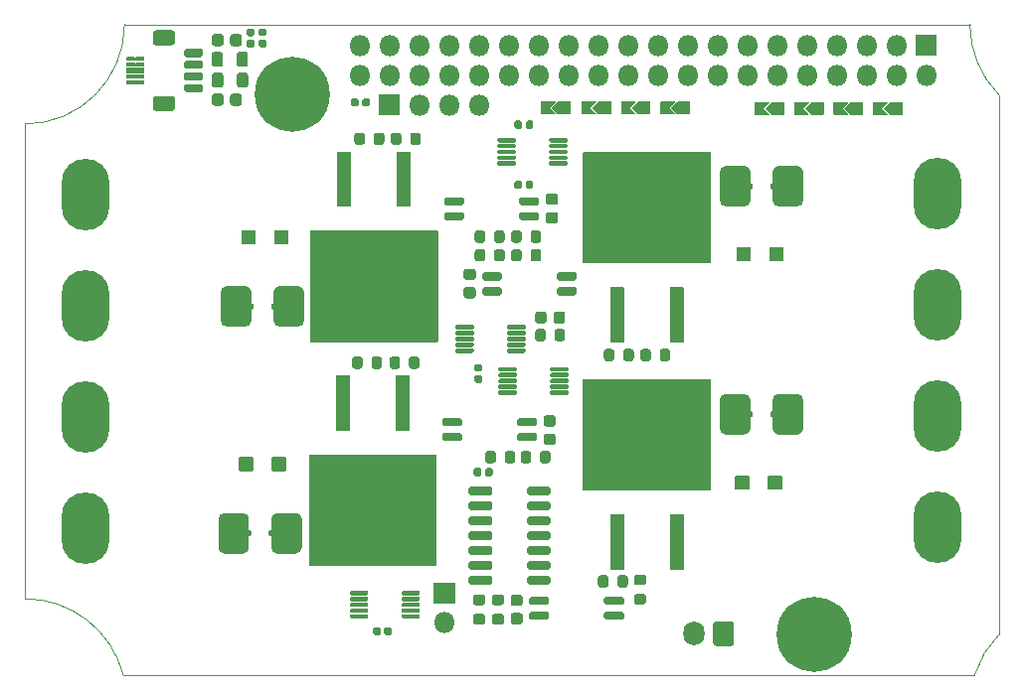
<source format=gbr>
%TF.GenerationSoftware,KiCad,Pcbnew,(5.1.8-0-10_14)*%
%TF.CreationDate,2020-12-03T14:34:03+01:00*%
%TF.ProjectId,SH-ESP32-PowerFET,53482d45-5350-4333-922d-506f77657246,0.1.0*%
%TF.SameCoordinates,Original*%
%TF.FileFunction,Soldermask,Top*%
%TF.FilePolarity,Negative*%
%FSLAX46Y46*%
G04 Gerber Fmt 4.6, Leading zero omitted, Abs format (unit mm)*
G04 Created by KiCad (PCBNEW (5.1.8-0-10_14)) date 2020-12-03 14:34:03*
%MOMM*%
%LPD*%
G01*
G04 APERTURE LIST*
%TA.AperFunction,Profile*%
%ADD10C,0.050000*%
%TD*%
%ADD11O,1.800000X2.100000*%
%ADD12C,0.100000*%
%ADD13O,1.800000X1.800000*%
%ADD14O,4.100000X6.100000*%
%ADD15C,6.400000*%
G04 APERTURE END LIST*
D10*
X89000000Y-105978147D02*
G75*
G02*
X97400000Y-112500000I0J-8670432D01*
G01*
X97400000Y-112500000D02*
X127000000Y-112500000D01*
X89000000Y-103000000D02*
X89000000Y-105978147D01*
X153000000Y-112500000D02*
X169891435Y-112499765D01*
X171989592Y-63010408D02*
X172000000Y-109000000D01*
X153000000Y-112500000D02*
X153000000Y-112500000D01*
X127000000Y-112500000D02*
X153000000Y-112500000D01*
X169891436Y-112499765D02*
G75*
G02*
X172000000Y-109000000I8108564J-2500235D01*
G01*
X171989592Y-63010408D02*
G75*
G02*
X169500000Y-57000000I6010408J6010408D01*
G01*
X97500000Y-57000000D02*
G75*
G02*
X89000000Y-65500000I-8500000J0D01*
G01*
X169500000Y-57000000D02*
X97500000Y-57000000D01*
X89000000Y-65500000D02*
X89000000Y-103000000D01*
%TO.C,R101*%
G36*
G01*
X134125000Y-83800000D02*
X134125000Y-83200000D01*
G75*
G02*
X134350000Y-82975000I225000J0D01*
G01*
X134800000Y-82975000D01*
G75*
G02*
X135025000Y-83200000I0J-225000D01*
G01*
X135025000Y-83800000D01*
G75*
G02*
X134800000Y-84025000I-225000J0D01*
G01*
X134350000Y-84025000D01*
G75*
G02*
X134125000Y-83800000I0J225000D01*
G01*
G37*
G36*
G01*
X132475000Y-83800000D02*
X132475000Y-83200000D01*
G75*
G02*
X132700000Y-82975000I225000J0D01*
G01*
X133150000Y-82975000D01*
G75*
G02*
X133375000Y-83200000I0J-225000D01*
G01*
X133375000Y-83800000D01*
G75*
G02*
X133150000Y-84025000I-225000J0D01*
G01*
X132700000Y-84025000D01*
G75*
G02*
X132475000Y-83800000I0J225000D01*
G01*
G37*
%TD*%
%TO.C,D101*%
G36*
G01*
X134050000Y-82281250D02*
X134050000Y-81718750D01*
G75*
G02*
X134293750Y-81475000I243750J0D01*
G01*
X134781250Y-81475000D01*
G75*
G02*
X135025000Y-81718750I0J-243750D01*
G01*
X135025000Y-82281250D01*
G75*
G02*
X134781250Y-82525000I-243750J0D01*
G01*
X134293750Y-82525000D01*
G75*
G02*
X134050000Y-82281250I0J243750D01*
G01*
G37*
G36*
G01*
X132475000Y-82281250D02*
X132475000Y-81718750D01*
G75*
G02*
X132718750Y-81475000I243750J0D01*
G01*
X133206250Y-81475000D01*
G75*
G02*
X133450000Y-81718750I0J-243750D01*
G01*
X133450000Y-82281250D01*
G75*
G02*
X133206250Y-82525000I-243750J0D01*
G01*
X132718750Y-82525000D01*
G75*
G02*
X132475000Y-82281250I0J243750D01*
G01*
G37*
%TD*%
D11*
%TO.C,J301*%
X146020000Y-108960000D03*
G36*
G01*
X149420000Y-108174705D02*
X149420000Y-109745295D01*
G75*
G02*
X149155295Y-110010000I-264705J0D01*
G01*
X147884705Y-110010000D01*
G75*
G02*
X147620000Y-109745295I0J264705D01*
G01*
X147620000Y-108174705D01*
G75*
G02*
X147884705Y-107910000I264705J0D01*
G01*
X149155295Y-107910000D01*
G75*
G02*
X149420000Y-108174705I0J-264705D01*
G01*
G37*
%TD*%
%TO.C,U701*%
G36*
G01*
X97720000Y-60265000D02*
X98345000Y-60265000D01*
G75*
G02*
X98395000Y-60315000I0J-50000D01*
G01*
X98395000Y-60565000D01*
G75*
G02*
X98345000Y-60615000I-50000J0D01*
G01*
X97720000Y-60615000D01*
G75*
G02*
X97670000Y-60565000I0J50000D01*
G01*
X97670000Y-60315000D01*
G75*
G02*
X97720000Y-60265000I50000J0D01*
G01*
G37*
G36*
G01*
X97720000Y-60665000D02*
X98420000Y-60665000D01*
G75*
G02*
X98470000Y-60715000I0J-50000D01*
G01*
X98470000Y-61165000D01*
G75*
G02*
X98420000Y-61215000I-50000J0D01*
G01*
X97720000Y-61215000D01*
G75*
G02*
X97670000Y-61165000I0J50000D01*
G01*
X97670000Y-60715000D01*
G75*
G02*
X97720000Y-60665000I50000J0D01*
G01*
G37*
G36*
G01*
X97720000Y-59765000D02*
X98345000Y-59765000D01*
G75*
G02*
X98395000Y-59815000I0J-50000D01*
G01*
X98395000Y-60065000D01*
G75*
G02*
X98345000Y-60115000I-50000J0D01*
G01*
X97720000Y-60115000D01*
G75*
G02*
X97670000Y-60065000I0J50000D01*
G01*
X97670000Y-59815000D01*
G75*
G02*
X97720000Y-59765000I50000J0D01*
G01*
G37*
G36*
G01*
X97720000Y-61265000D02*
X98345000Y-61265000D01*
G75*
G02*
X98395000Y-61315000I0J-50000D01*
G01*
X98395000Y-61565000D01*
G75*
G02*
X98345000Y-61615000I-50000J0D01*
G01*
X97720000Y-61615000D01*
G75*
G02*
X97670000Y-61565000I0J50000D01*
G01*
X97670000Y-61315000D01*
G75*
G02*
X97720000Y-61265000I50000J0D01*
G01*
G37*
G36*
G01*
X98495000Y-59765000D02*
X99120000Y-59765000D01*
G75*
G02*
X99170000Y-59815000I0J-50000D01*
G01*
X99170000Y-60065000D01*
G75*
G02*
X99120000Y-60115000I-50000J0D01*
G01*
X98495000Y-60115000D01*
G75*
G02*
X98445000Y-60065000I0J50000D01*
G01*
X98445000Y-59815000D01*
G75*
G02*
X98495000Y-59765000I50000J0D01*
G01*
G37*
G36*
G01*
X98495000Y-60265000D02*
X99120000Y-60265000D01*
G75*
G02*
X99170000Y-60315000I0J-50000D01*
G01*
X99170000Y-60565000D01*
G75*
G02*
X99120000Y-60615000I-50000J0D01*
G01*
X98495000Y-60615000D01*
G75*
G02*
X98445000Y-60565000I0J50000D01*
G01*
X98445000Y-60315000D01*
G75*
G02*
X98495000Y-60265000I50000J0D01*
G01*
G37*
G36*
G01*
X97720000Y-61765000D02*
X98345000Y-61765000D01*
G75*
G02*
X98395000Y-61815000I0J-50000D01*
G01*
X98395000Y-62065000D01*
G75*
G02*
X98345000Y-62115000I-50000J0D01*
G01*
X97720000Y-62115000D01*
G75*
G02*
X97670000Y-62065000I0J50000D01*
G01*
X97670000Y-61815000D01*
G75*
G02*
X97720000Y-61765000I50000J0D01*
G01*
G37*
G36*
G01*
X98545000Y-60665000D02*
X99120000Y-60665000D01*
G75*
G02*
X99170000Y-60715000I0J-50000D01*
G01*
X99170000Y-61165000D01*
G75*
G02*
X99120000Y-61215000I-50000J0D01*
G01*
X98545000Y-61215000D01*
G75*
G02*
X98495000Y-61165000I0J50000D01*
G01*
X98495000Y-60715000D01*
G75*
G02*
X98545000Y-60665000I50000J0D01*
G01*
G37*
G36*
G01*
X98495000Y-61765000D02*
X99120000Y-61765000D01*
G75*
G02*
X99170000Y-61815000I0J-50000D01*
G01*
X99170000Y-62065000D01*
G75*
G02*
X99120000Y-62115000I-50000J0D01*
G01*
X98495000Y-62115000D01*
G75*
G02*
X98445000Y-62065000I0J50000D01*
G01*
X98445000Y-61815000D01*
G75*
G02*
X98495000Y-61765000I50000J0D01*
G01*
G37*
G36*
G01*
X98495000Y-61265000D02*
X99120000Y-61265000D01*
G75*
G02*
X99170000Y-61315000I0J-50000D01*
G01*
X99170000Y-61565000D01*
G75*
G02*
X99120000Y-61615000I-50000J0D01*
G01*
X98495000Y-61615000D01*
G75*
G02*
X98445000Y-61565000I0J50000D01*
G01*
X98445000Y-61315000D01*
G75*
G02*
X98495000Y-61265000I50000J0D01*
G01*
G37*
%TD*%
%TO.C,FB103*%
G36*
G01*
X107045000Y-60386250D02*
X107045000Y-59573750D01*
G75*
G02*
X107288750Y-59330000I243750J0D01*
G01*
X107776250Y-59330000D01*
G75*
G02*
X108020000Y-59573750I0J-243750D01*
G01*
X108020000Y-60386250D01*
G75*
G02*
X107776250Y-60630000I-243750J0D01*
G01*
X107288750Y-60630000D01*
G75*
G02*
X107045000Y-60386250I0J243750D01*
G01*
G37*
G36*
G01*
X104920000Y-60386250D02*
X104920000Y-59573750D01*
G75*
G02*
X105163750Y-59330000I243750J0D01*
G01*
X105651250Y-59330000D01*
G75*
G02*
X105895000Y-59573750I0J-243750D01*
G01*
X105895000Y-60386250D01*
G75*
G02*
X105651250Y-60630000I-243750J0D01*
G01*
X105163750Y-60630000D01*
G75*
G02*
X104920000Y-60386250I0J243750D01*
G01*
G37*
%TD*%
%TO.C,FB102*%
G36*
G01*
X107065000Y-62166250D02*
X107065000Y-61353750D01*
G75*
G02*
X107308750Y-61110000I243750J0D01*
G01*
X107796250Y-61110000D01*
G75*
G02*
X108040000Y-61353750I0J-243750D01*
G01*
X108040000Y-62166250D01*
G75*
G02*
X107796250Y-62410000I-243750J0D01*
G01*
X107308750Y-62410000D01*
G75*
G02*
X107065000Y-62166250I0J243750D01*
G01*
G37*
G36*
G01*
X104940000Y-62166250D02*
X104940000Y-61353750D01*
G75*
G02*
X105183750Y-61110000I243750J0D01*
G01*
X105671250Y-61110000D01*
G75*
G02*
X105915000Y-61353750I0J-243750D01*
G01*
X105915000Y-62166250D01*
G75*
G02*
X105671250Y-62410000I-243750J0D01*
G01*
X105183750Y-62410000D01*
G75*
G02*
X104940000Y-62166250I0J243750D01*
G01*
G37*
%TD*%
%TO.C,C106*%
G36*
G01*
X108435000Y-58010000D02*
X108045000Y-58010000D01*
G75*
G02*
X107880000Y-57845000I0J165000D01*
G01*
X107880000Y-57515000D01*
G75*
G02*
X108045000Y-57350000I165000J0D01*
G01*
X108435000Y-57350000D01*
G75*
G02*
X108600000Y-57515000I0J-165000D01*
G01*
X108600000Y-57845000D01*
G75*
G02*
X108435000Y-58010000I-165000J0D01*
G01*
G37*
G36*
G01*
X108435000Y-58970000D02*
X108045000Y-58970000D01*
G75*
G02*
X107880000Y-58805000I0J165000D01*
G01*
X107880000Y-58475000D01*
G75*
G02*
X108045000Y-58310000I165000J0D01*
G01*
X108435000Y-58310000D01*
G75*
G02*
X108600000Y-58475000I0J-165000D01*
G01*
X108600000Y-58805000D01*
G75*
G02*
X108435000Y-58970000I-165000J0D01*
G01*
G37*
%TD*%
%TO.C,C105*%
G36*
G01*
X109455000Y-58000000D02*
X109065000Y-58000000D01*
G75*
G02*
X108900000Y-57835000I0J165000D01*
G01*
X108900000Y-57505000D01*
G75*
G02*
X109065000Y-57340000I165000J0D01*
G01*
X109455000Y-57340000D01*
G75*
G02*
X109620000Y-57505000I0J-165000D01*
G01*
X109620000Y-57835000D01*
G75*
G02*
X109455000Y-58000000I-165000J0D01*
G01*
G37*
G36*
G01*
X109455000Y-58960000D02*
X109065000Y-58960000D01*
G75*
G02*
X108900000Y-58795000I0J165000D01*
G01*
X108900000Y-58465000D01*
G75*
G02*
X109065000Y-58300000I165000J0D01*
G01*
X109455000Y-58300000D01*
G75*
G02*
X109620000Y-58465000I0J-165000D01*
G01*
X109620000Y-58795000D01*
G75*
G02*
X109455000Y-58960000I-165000J0D01*
G01*
G37*
%TD*%
%TO.C,C103*%
G36*
G01*
X106495000Y-58615000D02*
X106495000Y-58065000D01*
G75*
G02*
X106745000Y-57815000I250000J0D01*
G01*
X107245000Y-57815000D01*
G75*
G02*
X107495000Y-58065000I0J-250000D01*
G01*
X107495000Y-58615000D01*
G75*
G02*
X107245000Y-58865000I-250000J0D01*
G01*
X106745000Y-58865000D01*
G75*
G02*
X106495000Y-58615000I0J250000D01*
G01*
G37*
G36*
G01*
X104945000Y-58615000D02*
X104945000Y-58065000D01*
G75*
G02*
X105195000Y-57815000I250000J0D01*
G01*
X105695000Y-57815000D01*
G75*
G02*
X105945000Y-58065000I0J-250000D01*
G01*
X105945000Y-58615000D01*
G75*
G02*
X105695000Y-58865000I-250000J0D01*
G01*
X105195000Y-58865000D01*
G75*
G02*
X104945000Y-58615000I0J250000D01*
G01*
G37*
%TD*%
%TO.C,C102*%
G36*
G01*
X106495000Y-63695000D02*
X106495000Y-63145000D01*
G75*
G02*
X106745000Y-62895000I250000J0D01*
G01*
X107245000Y-62895000D01*
G75*
G02*
X107495000Y-63145000I0J-250000D01*
G01*
X107495000Y-63695000D01*
G75*
G02*
X107245000Y-63945000I-250000J0D01*
G01*
X106745000Y-63945000D01*
G75*
G02*
X106495000Y-63695000I0J250000D01*
G01*
G37*
G36*
G01*
X104945000Y-63695000D02*
X104945000Y-63145000D01*
G75*
G02*
X105195000Y-62895000I250000J0D01*
G01*
X105695000Y-62895000D01*
G75*
G02*
X105945000Y-63145000I0J-250000D01*
G01*
X105945000Y-63695000D01*
G75*
G02*
X105695000Y-63945000I-250000J0D01*
G01*
X105195000Y-63945000D01*
G75*
G02*
X104945000Y-63695000I0J250000D01*
G01*
G37*
%TD*%
D12*
%TO.C,JP108*%
G36*
X143190245Y-64689039D02*
G01*
X143180866Y-64686194D01*
X143172221Y-64681573D01*
X143164645Y-64675355D01*
X143158427Y-64667779D01*
X143153806Y-64659134D01*
X143150961Y-64649755D01*
X143150000Y-64640000D01*
X143150000Y-63640000D01*
X143150961Y-63630245D01*
X143153806Y-63620866D01*
X143158427Y-63612221D01*
X143164645Y-63604645D01*
X143172221Y-63598427D01*
X143180866Y-63593806D01*
X143190245Y-63590961D01*
X143200000Y-63590000D01*
X144350000Y-63590000D01*
X144359755Y-63590961D01*
X144369134Y-63593806D01*
X144377779Y-63598427D01*
X144385355Y-63604645D01*
X144391573Y-63612221D01*
X144396194Y-63620866D01*
X144399039Y-63630245D01*
X144400000Y-63640000D01*
X144399039Y-63649755D01*
X144396194Y-63659134D01*
X144391573Y-63667779D01*
X144385355Y-63675355D01*
X143920710Y-64140000D01*
X144385355Y-64604645D01*
X144391573Y-64612221D01*
X144396194Y-64620866D01*
X144399039Y-64630245D01*
X144400000Y-64640000D01*
X144399039Y-64649755D01*
X144396194Y-64659134D01*
X144391573Y-64667779D01*
X144385355Y-64675355D01*
X144377779Y-64681573D01*
X144369134Y-64686194D01*
X144359755Y-64689039D01*
X144350000Y-64690000D01*
X143200000Y-64690000D01*
X143190245Y-64689039D01*
G37*
G36*
X144615245Y-64689039D02*
G01*
X144605866Y-64686194D01*
X144597221Y-64681573D01*
X144589645Y-64675355D01*
X144089645Y-64175355D01*
X144083427Y-64167779D01*
X144078806Y-64159134D01*
X144075961Y-64149755D01*
X144075000Y-64140000D01*
X144075961Y-64130245D01*
X144078806Y-64120866D01*
X144083427Y-64112221D01*
X144089645Y-64104645D01*
X144589645Y-63604645D01*
X144597221Y-63598427D01*
X144605866Y-63593806D01*
X144615245Y-63590961D01*
X144625000Y-63590000D01*
X145625000Y-63590000D01*
X145634755Y-63590961D01*
X145644134Y-63593806D01*
X145652779Y-63598427D01*
X145660355Y-63604645D01*
X145666573Y-63612221D01*
X145671194Y-63620866D01*
X145674039Y-63630245D01*
X145675000Y-63640000D01*
X145675000Y-64640000D01*
X145674039Y-64649755D01*
X145671194Y-64659134D01*
X145666573Y-64667779D01*
X145660355Y-64675355D01*
X145652779Y-64681573D01*
X145644134Y-64686194D01*
X145634755Y-64689039D01*
X145625000Y-64690000D01*
X144625000Y-64690000D01*
X144615245Y-64689039D01*
G37*
%TD*%
%TO.C,JP107*%
G36*
X139820245Y-64689039D02*
G01*
X139810866Y-64686194D01*
X139802221Y-64681573D01*
X139794645Y-64675355D01*
X139788427Y-64667779D01*
X139783806Y-64659134D01*
X139780961Y-64649755D01*
X139780000Y-64640000D01*
X139780000Y-63640000D01*
X139780961Y-63630245D01*
X139783806Y-63620866D01*
X139788427Y-63612221D01*
X139794645Y-63604645D01*
X139802221Y-63598427D01*
X139810866Y-63593806D01*
X139820245Y-63590961D01*
X139830000Y-63590000D01*
X140980000Y-63590000D01*
X140989755Y-63590961D01*
X140999134Y-63593806D01*
X141007779Y-63598427D01*
X141015355Y-63604645D01*
X141021573Y-63612221D01*
X141026194Y-63620866D01*
X141029039Y-63630245D01*
X141030000Y-63640000D01*
X141029039Y-63649755D01*
X141026194Y-63659134D01*
X141021573Y-63667779D01*
X141015355Y-63675355D01*
X140550710Y-64140000D01*
X141015355Y-64604645D01*
X141021573Y-64612221D01*
X141026194Y-64620866D01*
X141029039Y-64630245D01*
X141030000Y-64640000D01*
X141029039Y-64649755D01*
X141026194Y-64659134D01*
X141021573Y-64667779D01*
X141015355Y-64675355D01*
X141007779Y-64681573D01*
X140999134Y-64686194D01*
X140989755Y-64689039D01*
X140980000Y-64690000D01*
X139830000Y-64690000D01*
X139820245Y-64689039D01*
G37*
G36*
X141245245Y-64689039D02*
G01*
X141235866Y-64686194D01*
X141227221Y-64681573D01*
X141219645Y-64675355D01*
X140719645Y-64175355D01*
X140713427Y-64167779D01*
X140708806Y-64159134D01*
X140705961Y-64149755D01*
X140705000Y-64140000D01*
X140705961Y-64130245D01*
X140708806Y-64120866D01*
X140713427Y-64112221D01*
X140719645Y-64104645D01*
X141219645Y-63604645D01*
X141227221Y-63598427D01*
X141235866Y-63593806D01*
X141245245Y-63590961D01*
X141255000Y-63590000D01*
X142255000Y-63590000D01*
X142264755Y-63590961D01*
X142274134Y-63593806D01*
X142282779Y-63598427D01*
X142290355Y-63604645D01*
X142296573Y-63612221D01*
X142301194Y-63620866D01*
X142304039Y-63630245D01*
X142305000Y-63640000D01*
X142305000Y-64640000D01*
X142304039Y-64649755D01*
X142301194Y-64659134D01*
X142296573Y-64667779D01*
X142290355Y-64675355D01*
X142282779Y-64681573D01*
X142274134Y-64686194D01*
X142264755Y-64689039D01*
X142255000Y-64690000D01*
X141255000Y-64690000D01*
X141245245Y-64689039D01*
G37*
%TD*%
%TO.C,JP106*%
G36*
X136455245Y-64669039D02*
G01*
X136445866Y-64666194D01*
X136437221Y-64661573D01*
X136429645Y-64655355D01*
X136423427Y-64647779D01*
X136418806Y-64639134D01*
X136415961Y-64629755D01*
X136415000Y-64620000D01*
X136415000Y-63620000D01*
X136415961Y-63610245D01*
X136418806Y-63600866D01*
X136423427Y-63592221D01*
X136429645Y-63584645D01*
X136437221Y-63578427D01*
X136445866Y-63573806D01*
X136455245Y-63570961D01*
X136465000Y-63570000D01*
X137615000Y-63570000D01*
X137624755Y-63570961D01*
X137634134Y-63573806D01*
X137642779Y-63578427D01*
X137650355Y-63584645D01*
X137656573Y-63592221D01*
X137661194Y-63600866D01*
X137664039Y-63610245D01*
X137665000Y-63620000D01*
X137664039Y-63629755D01*
X137661194Y-63639134D01*
X137656573Y-63647779D01*
X137650355Y-63655355D01*
X137185710Y-64120000D01*
X137650355Y-64584645D01*
X137656573Y-64592221D01*
X137661194Y-64600866D01*
X137664039Y-64610245D01*
X137665000Y-64620000D01*
X137664039Y-64629755D01*
X137661194Y-64639134D01*
X137656573Y-64647779D01*
X137650355Y-64655355D01*
X137642779Y-64661573D01*
X137634134Y-64666194D01*
X137624755Y-64669039D01*
X137615000Y-64670000D01*
X136465000Y-64670000D01*
X136455245Y-64669039D01*
G37*
G36*
X137880245Y-64669039D02*
G01*
X137870866Y-64666194D01*
X137862221Y-64661573D01*
X137854645Y-64655355D01*
X137354645Y-64155355D01*
X137348427Y-64147779D01*
X137343806Y-64139134D01*
X137340961Y-64129755D01*
X137340000Y-64120000D01*
X137340961Y-64110245D01*
X137343806Y-64100866D01*
X137348427Y-64092221D01*
X137354645Y-64084645D01*
X137854645Y-63584645D01*
X137862221Y-63578427D01*
X137870866Y-63573806D01*
X137880245Y-63570961D01*
X137890000Y-63570000D01*
X138890000Y-63570000D01*
X138899755Y-63570961D01*
X138909134Y-63573806D01*
X138917779Y-63578427D01*
X138925355Y-63584645D01*
X138931573Y-63592221D01*
X138936194Y-63600866D01*
X138939039Y-63610245D01*
X138940000Y-63620000D01*
X138940000Y-64620000D01*
X138939039Y-64629755D01*
X138936194Y-64639134D01*
X138931573Y-64647779D01*
X138925355Y-64655355D01*
X138917779Y-64661573D01*
X138909134Y-64666194D01*
X138899755Y-64669039D01*
X138890000Y-64670000D01*
X137890000Y-64670000D01*
X137880245Y-64669039D01*
G37*
%TD*%
%TO.C,JP105*%
G36*
X133030245Y-64659039D02*
G01*
X133020866Y-64656194D01*
X133012221Y-64651573D01*
X133004645Y-64645355D01*
X132998427Y-64637779D01*
X132993806Y-64629134D01*
X132990961Y-64619755D01*
X132990000Y-64610000D01*
X132990000Y-63610000D01*
X132990961Y-63600245D01*
X132993806Y-63590866D01*
X132998427Y-63582221D01*
X133004645Y-63574645D01*
X133012221Y-63568427D01*
X133020866Y-63563806D01*
X133030245Y-63560961D01*
X133040000Y-63560000D01*
X134190000Y-63560000D01*
X134199755Y-63560961D01*
X134209134Y-63563806D01*
X134217779Y-63568427D01*
X134225355Y-63574645D01*
X134231573Y-63582221D01*
X134236194Y-63590866D01*
X134239039Y-63600245D01*
X134240000Y-63610000D01*
X134239039Y-63619755D01*
X134236194Y-63629134D01*
X134231573Y-63637779D01*
X134225355Y-63645355D01*
X133760710Y-64110000D01*
X134225355Y-64574645D01*
X134231573Y-64582221D01*
X134236194Y-64590866D01*
X134239039Y-64600245D01*
X134240000Y-64610000D01*
X134239039Y-64619755D01*
X134236194Y-64629134D01*
X134231573Y-64637779D01*
X134225355Y-64645355D01*
X134217779Y-64651573D01*
X134209134Y-64656194D01*
X134199755Y-64659039D01*
X134190000Y-64660000D01*
X133040000Y-64660000D01*
X133030245Y-64659039D01*
G37*
G36*
X134455245Y-64659039D02*
G01*
X134445866Y-64656194D01*
X134437221Y-64651573D01*
X134429645Y-64645355D01*
X133929645Y-64145355D01*
X133923427Y-64137779D01*
X133918806Y-64129134D01*
X133915961Y-64119755D01*
X133915000Y-64110000D01*
X133915961Y-64100245D01*
X133918806Y-64090866D01*
X133923427Y-64082221D01*
X133929645Y-64074645D01*
X134429645Y-63574645D01*
X134437221Y-63568427D01*
X134445866Y-63563806D01*
X134455245Y-63560961D01*
X134465000Y-63560000D01*
X135465000Y-63560000D01*
X135474755Y-63560961D01*
X135484134Y-63563806D01*
X135492779Y-63568427D01*
X135500355Y-63574645D01*
X135506573Y-63582221D01*
X135511194Y-63590866D01*
X135514039Y-63600245D01*
X135515000Y-63610000D01*
X135515000Y-64610000D01*
X135514039Y-64619755D01*
X135511194Y-64629134D01*
X135506573Y-64637779D01*
X135500355Y-64645355D01*
X135492779Y-64651573D01*
X135484134Y-64656194D01*
X135474755Y-64659039D01*
X135465000Y-64660000D01*
X134465000Y-64660000D01*
X134455245Y-64659039D01*
G37*
%TD*%
D13*
%TO.C,J106*%
X127680000Y-63880000D03*
X125140000Y-63880000D03*
X122600000Y-63880000D03*
G36*
G01*
X120910000Y-64780000D02*
X119210000Y-64780000D01*
G75*
G02*
X119160000Y-64730000I0J50000D01*
G01*
X119160000Y-63030000D01*
G75*
G02*
X119210000Y-62980000I50000J0D01*
G01*
X120910000Y-62980000D01*
G75*
G02*
X120960000Y-63030000I0J-50000D01*
G01*
X120960000Y-64730000D01*
G75*
G02*
X120910000Y-64780000I-50000J0D01*
G01*
G37*
%TD*%
%TO.C,J104*%
G36*
G01*
X101539168Y-58790000D02*
X100180832Y-58790000D01*
G75*
G02*
X99910000Y-58519168I0J270832D01*
G01*
X99910000Y-57760832D01*
G75*
G02*
X100180832Y-57490000I270832J0D01*
G01*
X101539168Y-57490000D01*
G75*
G02*
X101810000Y-57760832I0J-270832D01*
G01*
X101810000Y-58519168D01*
G75*
G02*
X101539168Y-58790000I-270832J0D01*
G01*
G37*
G36*
G01*
X101539168Y-64390000D02*
X100180832Y-64390000D01*
G75*
G02*
X99910000Y-64119168I0J270832D01*
G01*
X99910000Y-63360832D01*
G75*
G02*
X100180832Y-63090000I270832J0D01*
G01*
X101539168Y-63090000D01*
G75*
G02*
X101810000Y-63360832I0J-270832D01*
G01*
X101810000Y-64119168D01*
G75*
G02*
X101539168Y-64390000I-270832J0D01*
G01*
G37*
G36*
G01*
X104035000Y-59790000D02*
X102735000Y-59790000D01*
G75*
G02*
X102560000Y-59615000I0J175000D01*
G01*
X102560000Y-59265000D01*
G75*
G02*
X102735000Y-59090000I175000J0D01*
G01*
X104035000Y-59090000D01*
G75*
G02*
X104210000Y-59265000I0J-175000D01*
G01*
X104210000Y-59615000D01*
G75*
G02*
X104035000Y-59790000I-175000J0D01*
G01*
G37*
G36*
G01*
X104035000Y-60790000D02*
X102735000Y-60790000D01*
G75*
G02*
X102560000Y-60615000I0J175000D01*
G01*
X102560000Y-60265000D01*
G75*
G02*
X102735000Y-60090000I175000J0D01*
G01*
X104035000Y-60090000D01*
G75*
G02*
X104210000Y-60265000I0J-175000D01*
G01*
X104210000Y-60615000D01*
G75*
G02*
X104035000Y-60790000I-175000J0D01*
G01*
G37*
G36*
G01*
X104035000Y-61790000D02*
X102735000Y-61790000D01*
G75*
G02*
X102560000Y-61615000I0J175000D01*
G01*
X102560000Y-61265000D01*
G75*
G02*
X102735000Y-61090000I175000J0D01*
G01*
X104035000Y-61090000D01*
G75*
G02*
X104210000Y-61265000I0J-175000D01*
G01*
X104210000Y-61615000D01*
G75*
G02*
X104035000Y-61790000I-175000J0D01*
G01*
G37*
G36*
G01*
X104035000Y-62790000D02*
X102735000Y-62790000D01*
G75*
G02*
X102560000Y-62615000I0J175000D01*
G01*
X102560000Y-62265000D01*
G75*
G02*
X102735000Y-62090000I175000J0D01*
G01*
X104035000Y-62090000D01*
G75*
G02*
X104210000Y-62265000I0J-175000D01*
G01*
X104210000Y-62615000D01*
G75*
G02*
X104035000Y-62790000I-175000J0D01*
G01*
G37*
%TD*%
D12*
%TO.C,JP104*%
G36*
X161290245Y-64709039D02*
G01*
X161280866Y-64706194D01*
X161272221Y-64701573D01*
X161264645Y-64695355D01*
X161258427Y-64687779D01*
X161253806Y-64679134D01*
X161250961Y-64669755D01*
X161250000Y-64660000D01*
X161250000Y-63660000D01*
X161250961Y-63650245D01*
X161253806Y-63640866D01*
X161258427Y-63632221D01*
X161264645Y-63624645D01*
X161272221Y-63618427D01*
X161280866Y-63613806D01*
X161290245Y-63610961D01*
X161300000Y-63610000D01*
X162450000Y-63610000D01*
X162459755Y-63610961D01*
X162469134Y-63613806D01*
X162477779Y-63618427D01*
X162485355Y-63624645D01*
X162491573Y-63632221D01*
X162496194Y-63640866D01*
X162499039Y-63650245D01*
X162500000Y-63660000D01*
X162499039Y-63669755D01*
X162496194Y-63679134D01*
X162491573Y-63687779D01*
X162485355Y-63695355D01*
X162020710Y-64160000D01*
X162485355Y-64624645D01*
X162491573Y-64632221D01*
X162496194Y-64640866D01*
X162499039Y-64650245D01*
X162500000Y-64660000D01*
X162499039Y-64669755D01*
X162496194Y-64679134D01*
X162491573Y-64687779D01*
X162485355Y-64695355D01*
X162477779Y-64701573D01*
X162469134Y-64706194D01*
X162459755Y-64709039D01*
X162450000Y-64710000D01*
X161300000Y-64710000D01*
X161290245Y-64709039D01*
G37*
G36*
X162715245Y-64709039D02*
G01*
X162705866Y-64706194D01*
X162697221Y-64701573D01*
X162689645Y-64695355D01*
X162189645Y-64195355D01*
X162183427Y-64187779D01*
X162178806Y-64179134D01*
X162175961Y-64169755D01*
X162175000Y-64160000D01*
X162175961Y-64150245D01*
X162178806Y-64140866D01*
X162183427Y-64132221D01*
X162189645Y-64124645D01*
X162689645Y-63624645D01*
X162697221Y-63618427D01*
X162705866Y-63613806D01*
X162715245Y-63610961D01*
X162725000Y-63610000D01*
X163725000Y-63610000D01*
X163734755Y-63610961D01*
X163744134Y-63613806D01*
X163752779Y-63618427D01*
X163760355Y-63624645D01*
X163766573Y-63632221D01*
X163771194Y-63640866D01*
X163774039Y-63650245D01*
X163775000Y-63660000D01*
X163775000Y-64660000D01*
X163774039Y-64669755D01*
X163771194Y-64679134D01*
X163766573Y-64687779D01*
X163760355Y-64695355D01*
X163752779Y-64701573D01*
X163744134Y-64706194D01*
X163734755Y-64709039D01*
X163725000Y-64710000D01*
X162725000Y-64710000D01*
X162715245Y-64709039D01*
G37*
%TD*%
%TO.C,JP101*%
G36*
X151200245Y-64709039D02*
G01*
X151190866Y-64706194D01*
X151182221Y-64701573D01*
X151174645Y-64695355D01*
X151168427Y-64687779D01*
X151163806Y-64679134D01*
X151160961Y-64669755D01*
X151160000Y-64660000D01*
X151160000Y-63660000D01*
X151160961Y-63650245D01*
X151163806Y-63640866D01*
X151168427Y-63632221D01*
X151174645Y-63624645D01*
X151182221Y-63618427D01*
X151190866Y-63613806D01*
X151200245Y-63610961D01*
X151210000Y-63610000D01*
X152360000Y-63610000D01*
X152369755Y-63610961D01*
X152379134Y-63613806D01*
X152387779Y-63618427D01*
X152395355Y-63624645D01*
X152401573Y-63632221D01*
X152406194Y-63640866D01*
X152409039Y-63650245D01*
X152410000Y-63660000D01*
X152409039Y-63669755D01*
X152406194Y-63679134D01*
X152401573Y-63687779D01*
X152395355Y-63695355D01*
X151930710Y-64160000D01*
X152395355Y-64624645D01*
X152401573Y-64632221D01*
X152406194Y-64640866D01*
X152409039Y-64650245D01*
X152410000Y-64660000D01*
X152409039Y-64669755D01*
X152406194Y-64679134D01*
X152401573Y-64687779D01*
X152395355Y-64695355D01*
X152387779Y-64701573D01*
X152379134Y-64706194D01*
X152369755Y-64709039D01*
X152360000Y-64710000D01*
X151210000Y-64710000D01*
X151200245Y-64709039D01*
G37*
G36*
X152625245Y-64709039D02*
G01*
X152615866Y-64706194D01*
X152607221Y-64701573D01*
X152599645Y-64695355D01*
X152099645Y-64195355D01*
X152093427Y-64187779D01*
X152088806Y-64179134D01*
X152085961Y-64169755D01*
X152085000Y-64160000D01*
X152085961Y-64150245D01*
X152088806Y-64140866D01*
X152093427Y-64132221D01*
X152099645Y-64124645D01*
X152599645Y-63624645D01*
X152607221Y-63618427D01*
X152615866Y-63613806D01*
X152625245Y-63610961D01*
X152635000Y-63610000D01*
X153635000Y-63610000D01*
X153644755Y-63610961D01*
X153654134Y-63613806D01*
X153662779Y-63618427D01*
X153670355Y-63624645D01*
X153676573Y-63632221D01*
X153681194Y-63640866D01*
X153684039Y-63650245D01*
X153685000Y-63660000D01*
X153685000Y-64660000D01*
X153684039Y-64669755D01*
X153681194Y-64679134D01*
X153676573Y-64687779D01*
X153670355Y-64695355D01*
X153662779Y-64701573D01*
X153654134Y-64706194D01*
X153644755Y-64709039D01*
X153635000Y-64710000D01*
X152635000Y-64710000D01*
X152625245Y-64709039D01*
G37*
%TD*%
%TO.C,JP103*%
G36*
X157925245Y-64709039D02*
G01*
X157915866Y-64706194D01*
X157907221Y-64701573D01*
X157899645Y-64695355D01*
X157893427Y-64687779D01*
X157888806Y-64679134D01*
X157885961Y-64669755D01*
X157885000Y-64660000D01*
X157885000Y-63660000D01*
X157885961Y-63650245D01*
X157888806Y-63640866D01*
X157893427Y-63632221D01*
X157899645Y-63624645D01*
X157907221Y-63618427D01*
X157915866Y-63613806D01*
X157925245Y-63610961D01*
X157935000Y-63610000D01*
X159085000Y-63610000D01*
X159094755Y-63610961D01*
X159104134Y-63613806D01*
X159112779Y-63618427D01*
X159120355Y-63624645D01*
X159126573Y-63632221D01*
X159131194Y-63640866D01*
X159134039Y-63650245D01*
X159135000Y-63660000D01*
X159134039Y-63669755D01*
X159131194Y-63679134D01*
X159126573Y-63687779D01*
X159120355Y-63695355D01*
X158655710Y-64160000D01*
X159120355Y-64624645D01*
X159126573Y-64632221D01*
X159131194Y-64640866D01*
X159134039Y-64650245D01*
X159135000Y-64660000D01*
X159134039Y-64669755D01*
X159131194Y-64679134D01*
X159126573Y-64687779D01*
X159120355Y-64695355D01*
X159112779Y-64701573D01*
X159104134Y-64706194D01*
X159094755Y-64709039D01*
X159085000Y-64710000D01*
X157935000Y-64710000D01*
X157925245Y-64709039D01*
G37*
G36*
X159350245Y-64709039D02*
G01*
X159340866Y-64706194D01*
X159332221Y-64701573D01*
X159324645Y-64695355D01*
X158824645Y-64195355D01*
X158818427Y-64187779D01*
X158813806Y-64179134D01*
X158810961Y-64169755D01*
X158810000Y-64160000D01*
X158810961Y-64150245D01*
X158813806Y-64140866D01*
X158818427Y-64132221D01*
X158824645Y-64124645D01*
X159324645Y-63624645D01*
X159332221Y-63618427D01*
X159340866Y-63613806D01*
X159350245Y-63610961D01*
X159360000Y-63610000D01*
X160360000Y-63610000D01*
X160369755Y-63610961D01*
X160379134Y-63613806D01*
X160387779Y-63618427D01*
X160395355Y-63624645D01*
X160401573Y-63632221D01*
X160406194Y-63640866D01*
X160409039Y-63650245D01*
X160410000Y-63660000D01*
X160410000Y-64660000D01*
X160409039Y-64669755D01*
X160406194Y-64679134D01*
X160401573Y-64687779D01*
X160395355Y-64695355D01*
X160387779Y-64701573D01*
X160379134Y-64706194D01*
X160369755Y-64709039D01*
X160360000Y-64710000D01*
X159360000Y-64710000D01*
X159350245Y-64709039D01*
G37*
%TD*%
%TO.C,JP102*%
G36*
X154570245Y-64709039D02*
G01*
X154560866Y-64706194D01*
X154552221Y-64701573D01*
X154544645Y-64695355D01*
X154538427Y-64687779D01*
X154533806Y-64679134D01*
X154530961Y-64669755D01*
X154530000Y-64660000D01*
X154530000Y-63660000D01*
X154530961Y-63650245D01*
X154533806Y-63640866D01*
X154538427Y-63632221D01*
X154544645Y-63624645D01*
X154552221Y-63618427D01*
X154560866Y-63613806D01*
X154570245Y-63610961D01*
X154580000Y-63610000D01*
X155730000Y-63610000D01*
X155739755Y-63610961D01*
X155749134Y-63613806D01*
X155757779Y-63618427D01*
X155765355Y-63624645D01*
X155771573Y-63632221D01*
X155776194Y-63640866D01*
X155779039Y-63650245D01*
X155780000Y-63660000D01*
X155779039Y-63669755D01*
X155776194Y-63679134D01*
X155771573Y-63687779D01*
X155765355Y-63695355D01*
X155300710Y-64160000D01*
X155765355Y-64624645D01*
X155771573Y-64632221D01*
X155776194Y-64640866D01*
X155779039Y-64650245D01*
X155780000Y-64660000D01*
X155779039Y-64669755D01*
X155776194Y-64679134D01*
X155771573Y-64687779D01*
X155765355Y-64695355D01*
X155757779Y-64701573D01*
X155749134Y-64706194D01*
X155739755Y-64709039D01*
X155730000Y-64710000D01*
X154580000Y-64710000D01*
X154570245Y-64709039D01*
G37*
G36*
X155995245Y-64709039D02*
G01*
X155985866Y-64706194D01*
X155977221Y-64701573D01*
X155969645Y-64695355D01*
X155469645Y-64195355D01*
X155463427Y-64187779D01*
X155458806Y-64179134D01*
X155455961Y-64169755D01*
X155455000Y-64160000D01*
X155455961Y-64150245D01*
X155458806Y-64140866D01*
X155463427Y-64132221D01*
X155469645Y-64124645D01*
X155969645Y-63624645D01*
X155977221Y-63618427D01*
X155985866Y-63613806D01*
X155995245Y-63610961D01*
X156005000Y-63610000D01*
X157005000Y-63610000D01*
X157014755Y-63610961D01*
X157024134Y-63613806D01*
X157032779Y-63618427D01*
X157040355Y-63624645D01*
X157046573Y-63632221D01*
X157051194Y-63640866D01*
X157054039Y-63650245D01*
X157055000Y-63660000D01*
X157055000Y-64660000D01*
X157054039Y-64669755D01*
X157051194Y-64679134D01*
X157046573Y-64687779D01*
X157040355Y-64695355D01*
X157032779Y-64701573D01*
X157024134Y-64706194D01*
X157014755Y-64709039D01*
X157005000Y-64710000D01*
X156005000Y-64710000D01*
X155995245Y-64709039D01*
G37*
%TD*%
%TO.C,U303*%
G36*
G01*
X138325000Y-106340000D02*
X138325000Y-105990000D01*
G75*
G02*
X138500000Y-105815000I175000J0D01*
G01*
X139875000Y-105815000D01*
G75*
G02*
X140050000Y-105990000I0J-175000D01*
G01*
X140050000Y-106340000D01*
G75*
G02*
X139875000Y-106515000I-175000J0D01*
G01*
X138500000Y-106515000D01*
G75*
G02*
X138325000Y-106340000I0J175000D01*
G01*
G37*
G36*
G01*
X138325000Y-107610000D02*
X138325000Y-107260000D01*
G75*
G02*
X138500000Y-107085000I175000J0D01*
G01*
X139875000Y-107085000D01*
G75*
G02*
X140050000Y-107260000I0J-175000D01*
G01*
X140050000Y-107610000D01*
G75*
G02*
X139875000Y-107785000I-175000J0D01*
G01*
X138500000Y-107785000D01*
G75*
G02*
X138325000Y-107610000I0J175000D01*
G01*
G37*
G36*
G01*
X131950000Y-107610000D02*
X131950000Y-107260000D01*
G75*
G02*
X132125000Y-107085000I175000J0D01*
G01*
X133500000Y-107085000D01*
G75*
G02*
X133675000Y-107260000I0J-175000D01*
G01*
X133675000Y-107610000D01*
G75*
G02*
X133500000Y-107785000I-175000J0D01*
G01*
X132125000Y-107785000D01*
G75*
G02*
X131950000Y-107610000I0J175000D01*
G01*
G37*
G36*
G01*
X131950000Y-106340000D02*
X131950000Y-105990000D01*
G75*
G02*
X132125000Y-105815000I175000J0D01*
G01*
X133500000Y-105815000D01*
G75*
G02*
X133675000Y-105990000I0J-175000D01*
G01*
X133675000Y-106340000D01*
G75*
G02*
X133500000Y-106515000I-175000J0D01*
G01*
X132125000Y-106515000D01*
G75*
G02*
X131950000Y-106340000I0J175000D01*
G01*
G37*
%TD*%
%TO.C,R306*%
G36*
G01*
X128000000Y-106525000D02*
X127400000Y-106525000D01*
G75*
G02*
X127175000Y-106300000I0J225000D01*
G01*
X127175000Y-105850000D01*
G75*
G02*
X127400000Y-105625000I225000J0D01*
G01*
X128000000Y-105625000D01*
G75*
G02*
X128225000Y-105850000I0J-225000D01*
G01*
X128225000Y-106300000D01*
G75*
G02*
X128000000Y-106525000I-225000J0D01*
G01*
G37*
G36*
G01*
X128000000Y-108175000D02*
X127400000Y-108175000D01*
G75*
G02*
X127175000Y-107950000I0J225000D01*
G01*
X127175000Y-107500000D01*
G75*
G02*
X127400000Y-107275000I225000J0D01*
G01*
X128000000Y-107275000D01*
G75*
G02*
X128225000Y-107500000I0J-225000D01*
G01*
X128225000Y-107950000D01*
G75*
G02*
X128000000Y-108175000I-225000J0D01*
G01*
G37*
%TD*%
%TO.C,R303*%
G36*
G01*
X129000000Y-107275000D02*
X129600000Y-107275000D01*
G75*
G02*
X129825000Y-107500000I0J-225000D01*
G01*
X129825000Y-107950000D01*
G75*
G02*
X129600000Y-108175000I-225000J0D01*
G01*
X129000000Y-108175000D01*
G75*
G02*
X128775000Y-107950000I0J225000D01*
G01*
X128775000Y-107500000D01*
G75*
G02*
X129000000Y-107275000I225000J0D01*
G01*
G37*
G36*
G01*
X129000000Y-105625000D02*
X129600000Y-105625000D01*
G75*
G02*
X129825000Y-105850000I0J-225000D01*
G01*
X129825000Y-106300000D01*
G75*
G02*
X129600000Y-106525000I-225000J0D01*
G01*
X129000000Y-106525000D01*
G75*
G02*
X128775000Y-106300000I0J225000D01*
G01*
X128775000Y-105850000D01*
G75*
G02*
X129000000Y-105625000I225000J0D01*
G01*
G37*
%TD*%
%TO.C,D303*%
G36*
G01*
X130618750Y-107200000D02*
X131181250Y-107200000D01*
G75*
G02*
X131425000Y-107443750I0J-243750D01*
G01*
X131425000Y-107931250D01*
G75*
G02*
X131181250Y-108175000I-243750J0D01*
G01*
X130618750Y-108175000D01*
G75*
G02*
X130375000Y-107931250I0J243750D01*
G01*
X130375000Y-107443750D01*
G75*
G02*
X130618750Y-107200000I243750J0D01*
G01*
G37*
G36*
G01*
X130618750Y-105625000D02*
X131181250Y-105625000D01*
G75*
G02*
X131425000Y-105868750I0J-243750D01*
G01*
X131425000Y-106356250D01*
G75*
G02*
X131181250Y-106600000I-243750J0D01*
G01*
X130618750Y-106600000D01*
G75*
G02*
X130375000Y-106356250I0J243750D01*
G01*
X130375000Y-105868750D01*
G75*
G02*
X130618750Y-105625000I243750J0D01*
G01*
G37*
%TD*%
%TO.C,U101*%
G36*
G01*
X131750000Y-96965000D02*
X131750000Y-96615000D01*
G75*
G02*
X131925000Y-96440000I175000J0D01*
G01*
X133625000Y-96440000D01*
G75*
G02*
X133800000Y-96615000I0J-175000D01*
G01*
X133800000Y-96965000D01*
G75*
G02*
X133625000Y-97140000I-175000J0D01*
G01*
X131925000Y-97140000D01*
G75*
G02*
X131750000Y-96965000I0J175000D01*
G01*
G37*
G36*
G01*
X131750000Y-98235000D02*
X131750000Y-97885000D01*
G75*
G02*
X131925000Y-97710000I175000J0D01*
G01*
X133625000Y-97710000D01*
G75*
G02*
X133800000Y-97885000I0J-175000D01*
G01*
X133800000Y-98235000D01*
G75*
G02*
X133625000Y-98410000I-175000J0D01*
G01*
X131925000Y-98410000D01*
G75*
G02*
X131750000Y-98235000I0J175000D01*
G01*
G37*
G36*
G01*
X131750000Y-99505000D02*
X131750000Y-99155000D01*
G75*
G02*
X131925000Y-98980000I175000J0D01*
G01*
X133625000Y-98980000D01*
G75*
G02*
X133800000Y-99155000I0J-175000D01*
G01*
X133800000Y-99505000D01*
G75*
G02*
X133625000Y-99680000I-175000J0D01*
G01*
X131925000Y-99680000D01*
G75*
G02*
X131750000Y-99505000I0J175000D01*
G01*
G37*
G36*
G01*
X131750000Y-100775000D02*
X131750000Y-100425000D01*
G75*
G02*
X131925000Y-100250000I175000J0D01*
G01*
X133625000Y-100250000D01*
G75*
G02*
X133800000Y-100425000I0J-175000D01*
G01*
X133800000Y-100775000D01*
G75*
G02*
X133625000Y-100950000I-175000J0D01*
G01*
X131925000Y-100950000D01*
G75*
G02*
X131750000Y-100775000I0J175000D01*
G01*
G37*
G36*
G01*
X131750000Y-102045000D02*
X131750000Y-101695000D01*
G75*
G02*
X131925000Y-101520000I175000J0D01*
G01*
X133625000Y-101520000D01*
G75*
G02*
X133800000Y-101695000I0J-175000D01*
G01*
X133800000Y-102045000D01*
G75*
G02*
X133625000Y-102220000I-175000J0D01*
G01*
X131925000Y-102220000D01*
G75*
G02*
X131750000Y-102045000I0J175000D01*
G01*
G37*
G36*
G01*
X131750000Y-103315000D02*
X131750000Y-102965000D01*
G75*
G02*
X131925000Y-102790000I175000J0D01*
G01*
X133625000Y-102790000D01*
G75*
G02*
X133800000Y-102965000I0J-175000D01*
G01*
X133800000Y-103315000D01*
G75*
G02*
X133625000Y-103490000I-175000J0D01*
G01*
X131925000Y-103490000D01*
G75*
G02*
X131750000Y-103315000I0J175000D01*
G01*
G37*
G36*
G01*
X131750000Y-104585000D02*
X131750000Y-104235000D01*
G75*
G02*
X131925000Y-104060000I175000J0D01*
G01*
X133625000Y-104060000D01*
G75*
G02*
X133800000Y-104235000I0J-175000D01*
G01*
X133800000Y-104585000D01*
G75*
G02*
X133625000Y-104760000I-175000J0D01*
G01*
X131925000Y-104760000D01*
G75*
G02*
X131750000Y-104585000I0J175000D01*
G01*
G37*
G36*
G01*
X126800000Y-104585000D02*
X126800000Y-104235000D01*
G75*
G02*
X126975000Y-104060000I175000J0D01*
G01*
X128675000Y-104060000D01*
G75*
G02*
X128850000Y-104235000I0J-175000D01*
G01*
X128850000Y-104585000D01*
G75*
G02*
X128675000Y-104760000I-175000J0D01*
G01*
X126975000Y-104760000D01*
G75*
G02*
X126800000Y-104585000I0J175000D01*
G01*
G37*
G36*
G01*
X126800000Y-103315000D02*
X126800000Y-102965000D01*
G75*
G02*
X126975000Y-102790000I175000J0D01*
G01*
X128675000Y-102790000D01*
G75*
G02*
X128850000Y-102965000I0J-175000D01*
G01*
X128850000Y-103315000D01*
G75*
G02*
X128675000Y-103490000I-175000J0D01*
G01*
X126975000Y-103490000D01*
G75*
G02*
X126800000Y-103315000I0J175000D01*
G01*
G37*
G36*
G01*
X126800000Y-102045000D02*
X126800000Y-101695000D01*
G75*
G02*
X126975000Y-101520000I175000J0D01*
G01*
X128675000Y-101520000D01*
G75*
G02*
X128850000Y-101695000I0J-175000D01*
G01*
X128850000Y-102045000D01*
G75*
G02*
X128675000Y-102220000I-175000J0D01*
G01*
X126975000Y-102220000D01*
G75*
G02*
X126800000Y-102045000I0J175000D01*
G01*
G37*
G36*
G01*
X126800000Y-100775000D02*
X126800000Y-100425000D01*
G75*
G02*
X126975000Y-100250000I175000J0D01*
G01*
X128675000Y-100250000D01*
G75*
G02*
X128850000Y-100425000I0J-175000D01*
G01*
X128850000Y-100775000D01*
G75*
G02*
X128675000Y-100950000I-175000J0D01*
G01*
X126975000Y-100950000D01*
G75*
G02*
X126800000Y-100775000I0J175000D01*
G01*
G37*
G36*
G01*
X126800000Y-99505000D02*
X126800000Y-99155000D01*
G75*
G02*
X126975000Y-98980000I175000J0D01*
G01*
X128675000Y-98980000D01*
G75*
G02*
X128850000Y-99155000I0J-175000D01*
G01*
X128850000Y-99505000D01*
G75*
G02*
X128675000Y-99680000I-175000J0D01*
G01*
X126975000Y-99680000D01*
G75*
G02*
X126800000Y-99505000I0J175000D01*
G01*
G37*
G36*
G01*
X126800000Y-98235000D02*
X126800000Y-97885000D01*
G75*
G02*
X126975000Y-97710000I175000J0D01*
G01*
X128675000Y-97710000D01*
G75*
G02*
X128850000Y-97885000I0J-175000D01*
G01*
X128850000Y-98235000D01*
G75*
G02*
X128675000Y-98410000I-175000J0D01*
G01*
X126975000Y-98410000D01*
G75*
G02*
X126800000Y-98235000I0J175000D01*
G01*
G37*
G36*
G01*
X126800000Y-96965000D02*
X126800000Y-96615000D01*
G75*
G02*
X126975000Y-96440000I175000J0D01*
G01*
X128675000Y-96440000D01*
G75*
G02*
X128850000Y-96615000I0J-175000D01*
G01*
X128850000Y-96965000D01*
G75*
G02*
X128675000Y-97140000I-175000J0D01*
G01*
X126975000Y-97140000D01*
G75*
G02*
X126800000Y-96965000I0J175000D01*
G01*
G37*
%TD*%
%TO.C,U308*%
G36*
G01*
X118265000Y-107390000D02*
X118265000Y-107590000D01*
G75*
G02*
X118165000Y-107690000I-100000J0D01*
G01*
X116815000Y-107690000D01*
G75*
G02*
X116715000Y-107590000I0J100000D01*
G01*
X116715000Y-107390000D01*
G75*
G02*
X116815000Y-107290000I100000J0D01*
G01*
X118165000Y-107290000D01*
G75*
G02*
X118265000Y-107390000I0J-100000D01*
G01*
G37*
G36*
G01*
X118265000Y-106890000D02*
X118265000Y-107090000D01*
G75*
G02*
X118165000Y-107190000I-100000J0D01*
G01*
X116815000Y-107190000D01*
G75*
G02*
X116715000Y-107090000I0J100000D01*
G01*
X116715000Y-106890000D01*
G75*
G02*
X116815000Y-106790000I100000J0D01*
G01*
X118165000Y-106790000D01*
G75*
G02*
X118265000Y-106890000I0J-100000D01*
G01*
G37*
G36*
G01*
X118265000Y-106390000D02*
X118265000Y-106590000D01*
G75*
G02*
X118165000Y-106690000I-100000J0D01*
G01*
X116815000Y-106690000D01*
G75*
G02*
X116715000Y-106590000I0J100000D01*
G01*
X116715000Y-106390000D01*
G75*
G02*
X116815000Y-106290000I100000J0D01*
G01*
X118165000Y-106290000D01*
G75*
G02*
X118265000Y-106390000I0J-100000D01*
G01*
G37*
G36*
G01*
X118265000Y-105890000D02*
X118265000Y-106090000D01*
G75*
G02*
X118165000Y-106190000I-100000J0D01*
G01*
X116815000Y-106190000D01*
G75*
G02*
X116715000Y-106090000I0J100000D01*
G01*
X116715000Y-105890000D01*
G75*
G02*
X116815000Y-105790000I100000J0D01*
G01*
X118165000Y-105790000D01*
G75*
G02*
X118265000Y-105890000I0J-100000D01*
G01*
G37*
G36*
G01*
X118265000Y-105390000D02*
X118265000Y-105590000D01*
G75*
G02*
X118165000Y-105690000I-100000J0D01*
G01*
X116815000Y-105690000D01*
G75*
G02*
X116715000Y-105590000I0J100000D01*
G01*
X116715000Y-105390000D01*
G75*
G02*
X116815000Y-105290000I100000J0D01*
G01*
X118165000Y-105290000D01*
G75*
G02*
X118265000Y-105390000I0J-100000D01*
G01*
G37*
G36*
G01*
X122665000Y-105390000D02*
X122665000Y-105590000D01*
G75*
G02*
X122565000Y-105690000I-100000J0D01*
G01*
X121215000Y-105690000D01*
G75*
G02*
X121115000Y-105590000I0J100000D01*
G01*
X121115000Y-105390000D01*
G75*
G02*
X121215000Y-105290000I100000J0D01*
G01*
X122565000Y-105290000D01*
G75*
G02*
X122665000Y-105390000I0J-100000D01*
G01*
G37*
G36*
G01*
X122665000Y-105890000D02*
X122665000Y-106090000D01*
G75*
G02*
X122565000Y-106190000I-100000J0D01*
G01*
X121215000Y-106190000D01*
G75*
G02*
X121115000Y-106090000I0J100000D01*
G01*
X121115000Y-105890000D01*
G75*
G02*
X121215000Y-105790000I100000J0D01*
G01*
X122565000Y-105790000D01*
G75*
G02*
X122665000Y-105890000I0J-100000D01*
G01*
G37*
G36*
G01*
X122665000Y-106390000D02*
X122665000Y-106590000D01*
G75*
G02*
X122565000Y-106690000I-100000J0D01*
G01*
X121215000Y-106690000D01*
G75*
G02*
X121115000Y-106590000I0J100000D01*
G01*
X121115000Y-106390000D01*
G75*
G02*
X121215000Y-106290000I100000J0D01*
G01*
X122565000Y-106290000D01*
G75*
G02*
X122665000Y-106390000I0J-100000D01*
G01*
G37*
G36*
G01*
X122665000Y-106890000D02*
X122665000Y-107090000D01*
G75*
G02*
X122565000Y-107190000I-100000J0D01*
G01*
X121215000Y-107190000D01*
G75*
G02*
X121115000Y-107090000I0J100000D01*
G01*
X121115000Y-106890000D01*
G75*
G02*
X121215000Y-106790000I100000J0D01*
G01*
X122565000Y-106790000D01*
G75*
G02*
X122665000Y-106890000I0J-100000D01*
G01*
G37*
G36*
G01*
X122665000Y-107390000D02*
X122665000Y-107590000D01*
G75*
G02*
X122565000Y-107690000I-100000J0D01*
G01*
X121215000Y-107690000D01*
G75*
G02*
X121115000Y-107590000I0J100000D01*
G01*
X121115000Y-107390000D01*
G75*
G02*
X121215000Y-107290000I100000J0D01*
G01*
X122565000Y-107290000D01*
G75*
G02*
X122665000Y-107390000I0J-100000D01*
G01*
G37*
%TD*%
%TO.C,U305*%
G36*
G01*
X133665000Y-66970000D02*
X133665000Y-66770000D01*
G75*
G02*
X133765000Y-66670000I100000J0D01*
G01*
X135115000Y-66670000D01*
G75*
G02*
X135215000Y-66770000I0J-100000D01*
G01*
X135215000Y-66970000D01*
G75*
G02*
X135115000Y-67070000I-100000J0D01*
G01*
X133765000Y-67070000D01*
G75*
G02*
X133665000Y-66970000I0J100000D01*
G01*
G37*
G36*
G01*
X133665000Y-67470000D02*
X133665000Y-67270000D01*
G75*
G02*
X133765000Y-67170000I100000J0D01*
G01*
X135115000Y-67170000D01*
G75*
G02*
X135215000Y-67270000I0J-100000D01*
G01*
X135215000Y-67470000D01*
G75*
G02*
X135115000Y-67570000I-100000J0D01*
G01*
X133765000Y-67570000D01*
G75*
G02*
X133665000Y-67470000I0J100000D01*
G01*
G37*
G36*
G01*
X133665000Y-67970000D02*
X133665000Y-67770000D01*
G75*
G02*
X133765000Y-67670000I100000J0D01*
G01*
X135115000Y-67670000D01*
G75*
G02*
X135215000Y-67770000I0J-100000D01*
G01*
X135215000Y-67970000D01*
G75*
G02*
X135115000Y-68070000I-100000J0D01*
G01*
X133765000Y-68070000D01*
G75*
G02*
X133665000Y-67970000I0J100000D01*
G01*
G37*
G36*
G01*
X133665000Y-68470000D02*
X133665000Y-68270000D01*
G75*
G02*
X133765000Y-68170000I100000J0D01*
G01*
X135115000Y-68170000D01*
G75*
G02*
X135215000Y-68270000I0J-100000D01*
G01*
X135215000Y-68470000D01*
G75*
G02*
X135115000Y-68570000I-100000J0D01*
G01*
X133765000Y-68570000D01*
G75*
G02*
X133665000Y-68470000I0J100000D01*
G01*
G37*
G36*
G01*
X133665000Y-68970000D02*
X133665000Y-68770000D01*
G75*
G02*
X133765000Y-68670000I100000J0D01*
G01*
X135115000Y-68670000D01*
G75*
G02*
X135215000Y-68770000I0J-100000D01*
G01*
X135215000Y-68970000D01*
G75*
G02*
X135115000Y-69070000I-100000J0D01*
G01*
X133765000Y-69070000D01*
G75*
G02*
X133665000Y-68970000I0J100000D01*
G01*
G37*
G36*
G01*
X129265000Y-68970000D02*
X129265000Y-68770000D01*
G75*
G02*
X129365000Y-68670000I100000J0D01*
G01*
X130715000Y-68670000D01*
G75*
G02*
X130815000Y-68770000I0J-100000D01*
G01*
X130815000Y-68970000D01*
G75*
G02*
X130715000Y-69070000I-100000J0D01*
G01*
X129365000Y-69070000D01*
G75*
G02*
X129265000Y-68970000I0J100000D01*
G01*
G37*
G36*
G01*
X129265000Y-68470000D02*
X129265000Y-68270000D01*
G75*
G02*
X129365000Y-68170000I100000J0D01*
G01*
X130715000Y-68170000D01*
G75*
G02*
X130815000Y-68270000I0J-100000D01*
G01*
X130815000Y-68470000D01*
G75*
G02*
X130715000Y-68570000I-100000J0D01*
G01*
X129365000Y-68570000D01*
G75*
G02*
X129265000Y-68470000I0J100000D01*
G01*
G37*
G36*
G01*
X129265000Y-67970000D02*
X129265000Y-67770000D01*
G75*
G02*
X129365000Y-67670000I100000J0D01*
G01*
X130715000Y-67670000D01*
G75*
G02*
X130815000Y-67770000I0J-100000D01*
G01*
X130815000Y-67970000D01*
G75*
G02*
X130715000Y-68070000I-100000J0D01*
G01*
X129365000Y-68070000D01*
G75*
G02*
X129265000Y-67970000I0J100000D01*
G01*
G37*
G36*
G01*
X129265000Y-67470000D02*
X129265000Y-67270000D01*
G75*
G02*
X129365000Y-67170000I100000J0D01*
G01*
X130715000Y-67170000D01*
G75*
G02*
X130815000Y-67270000I0J-100000D01*
G01*
X130815000Y-67470000D01*
G75*
G02*
X130715000Y-67570000I-100000J0D01*
G01*
X129365000Y-67570000D01*
G75*
G02*
X129265000Y-67470000I0J100000D01*
G01*
G37*
G36*
G01*
X129265000Y-66970000D02*
X129265000Y-66770000D01*
G75*
G02*
X129365000Y-66670000I100000J0D01*
G01*
X130715000Y-66670000D01*
G75*
G02*
X130815000Y-66770000I0J-100000D01*
G01*
X130815000Y-66970000D01*
G75*
G02*
X130715000Y-67070000I-100000J0D01*
G01*
X129365000Y-67070000D01*
G75*
G02*
X129265000Y-66970000I0J100000D01*
G01*
G37*
%TD*%
D14*
%TO.C,J102*%
X94200000Y-100000000D03*
X94200000Y-90500000D03*
X94200000Y-81000000D03*
X94200000Y-71500000D03*
%TD*%
%TO.C,J101*%
X166700000Y-71400000D03*
X166700000Y-80900000D03*
X166700000Y-90400000D03*
X166700000Y-99900000D03*
%TD*%
%TO.C,U307*%
G36*
G01*
X126265000Y-92020000D02*
X126265000Y-92370000D01*
G75*
G02*
X126090000Y-92545000I-175000J0D01*
G01*
X124715000Y-92545000D01*
G75*
G02*
X124540000Y-92370000I0J175000D01*
G01*
X124540000Y-92020000D01*
G75*
G02*
X124715000Y-91845000I175000J0D01*
G01*
X126090000Y-91845000D01*
G75*
G02*
X126265000Y-92020000I0J-175000D01*
G01*
G37*
G36*
G01*
X126265000Y-90750000D02*
X126265000Y-91100000D01*
G75*
G02*
X126090000Y-91275000I-175000J0D01*
G01*
X124715000Y-91275000D01*
G75*
G02*
X124540000Y-91100000I0J175000D01*
G01*
X124540000Y-90750000D01*
G75*
G02*
X124715000Y-90575000I175000J0D01*
G01*
X126090000Y-90575000D01*
G75*
G02*
X126265000Y-90750000I0J-175000D01*
G01*
G37*
G36*
G01*
X132640000Y-90750000D02*
X132640000Y-91100000D01*
G75*
G02*
X132465000Y-91275000I-175000J0D01*
G01*
X131090000Y-91275000D01*
G75*
G02*
X130915000Y-91100000I0J175000D01*
G01*
X130915000Y-90750000D01*
G75*
G02*
X131090000Y-90575000I175000J0D01*
G01*
X132465000Y-90575000D01*
G75*
G02*
X132640000Y-90750000I0J-175000D01*
G01*
G37*
G36*
G01*
X132640000Y-92020000D02*
X132640000Y-92370000D01*
G75*
G02*
X132465000Y-92545000I-175000J0D01*
G01*
X131090000Y-92545000D01*
G75*
G02*
X130915000Y-92370000I0J175000D01*
G01*
X130915000Y-92020000D01*
G75*
G02*
X131090000Y-91845000I175000J0D01*
G01*
X132465000Y-91845000D01*
G75*
G02*
X132640000Y-92020000I0J-175000D01*
G01*
G37*
%TD*%
%TO.C,R320*%
G36*
G01*
X108300000Y-100242500D02*
X108300000Y-100557500D01*
G75*
G02*
X108207500Y-100650000I-92500J0D01*
G01*
X107892500Y-100650000D01*
G75*
G02*
X107800000Y-100557500I0J92500D01*
G01*
X107800000Y-100242500D01*
G75*
G02*
X107892500Y-100150000I92500J0D01*
G01*
X108207500Y-100150000D01*
G75*
G02*
X108300000Y-100242500I0J-92500D01*
G01*
G37*
G36*
G01*
X110300000Y-100242500D02*
X110300000Y-100557500D01*
G75*
G02*
X110207500Y-100650000I-92500J0D01*
G01*
X109892500Y-100650000D01*
G75*
G02*
X109800000Y-100557500I0J92500D01*
G01*
X109800000Y-100242500D01*
G75*
G02*
X109892500Y-100150000I92500J0D01*
G01*
X110207500Y-100150000D01*
G75*
G02*
X110300000Y-100242500I0J-92500D01*
G01*
G37*
G36*
G01*
X108100000Y-99156000D02*
X108100000Y-101644000D01*
G75*
G02*
X107619000Y-102125000I-481000J0D01*
G01*
X105981000Y-102125000D01*
G75*
G02*
X105500000Y-101644000I0J481000D01*
G01*
X105500000Y-99156000D01*
G75*
G02*
X105981000Y-98675000I481000J0D01*
G01*
X107619000Y-98675000D01*
G75*
G02*
X108100000Y-99156000I0J-481000D01*
G01*
G37*
G36*
G01*
X112600000Y-99156000D02*
X112600000Y-101644000D01*
G75*
G02*
X112119000Y-102125000I-481000J0D01*
G01*
X110481000Y-102125000D01*
G75*
G02*
X110000000Y-101644000I0J481000D01*
G01*
X110000000Y-99156000D01*
G75*
G02*
X110481000Y-98675000I481000J0D01*
G01*
X112119000Y-98675000D01*
G75*
G02*
X112600000Y-99156000I0J-481000D01*
G01*
G37*
%TD*%
%TO.C,R319*%
G36*
G01*
X120975000Y-85550000D02*
X120975000Y-86150000D01*
G75*
G02*
X120750000Y-86375000I-225000J0D01*
G01*
X120300000Y-86375000D01*
G75*
G02*
X120075000Y-86150000I0J225000D01*
G01*
X120075000Y-85550000D01*
G75*
G02*
X120300000Y-85325000I225000J0D01*
G01*
X120750000Y-85325000D01*
G75*
G02*
X120975000Y-85550000I0J-225000D01*
G01*
G37*
G36*
G01*
X122625000Y-85550000D02*
X122625000Y-86150000D01*
G75*
G02*
X122400000Y-86375000I-225000J0D01*
G01*
X121950000Y-86375000D01*
G75*
G02*
X121725000Y-86150000I0J225000D01*
G01*
X121725000Y-85550000D01*
G75*
G02*
X121950000Y-85325000I225000J0D01*
G01*
X122400000Y-85325000D01*
G75*
G02*
X122625000Y-85550000I0J-225000D01*
G01*
G37*
%TD*%
%TO.C,R318*%
G36*
G01*
X118525000Y-86150000D02*
X118525000Y-85550000D01*
G75*
G02*
X118750000Y-85325000I225000J0D01*
G01*
X119200000Y-85325000D01*
G75*
G02*
X119425000Y-85550000I0J-225000D01*
G01*
X119425000Y-86150000D01*
G75*
G02*
X119200000Y-86375000I-225000J0D01*
G01*
X118750000Y-86375000D01*
G75*
G02*
X118525000Y-86150000I0J225000D01*
G01*
G37*
G36*
G01*
X116875000Y-86150000D02*
X116875000Y-85550000D01*
G75*
G02*
X117100000Y-85325000I225000J0D01*
G01*
X117550000Y-85325000D01*
G75*
G02*
X117775000Y-85550000I0J-225000D01*
G01*
X117775000Y-86150000D01*
G75*
G02*
X117550000Y-86375000I-225000J0D01*
G01*
X117100000Y-86375000D01*
G75*
G02*
X116875000Y-86150000I0J225000D01*
G01*
G37*
%TD*%
%TO.C,R317*%
G36*
G01*
X129875000Y-94200000D02*
X129875000Y-93600000D01*
G75*
G02*
X130100000Y-93375000I225000J0D01*
G01*
X130550000Y-93375000D01*
G75*
G02*
X130775000Y-93600000I0J-225000D01*
G01*
X130775000Y-94200000D01*
G75*
G02*
X130550000Y-94425000I-225000J0D01*
G01*
X130100000Y-94425000D01*
G75*
G02*
X129875000Y-94200000I0J225000D01*
G01*
G37*
G36*
G01*
X128225000Y-94200000D02*
X128225000Y-93600000D01*
G75*
G02*
X128450000Y-93375000I225000J0D01*
G01*
X128900000Y-93375000D01*
G75*
G02*
X129125000Y-93600000I0J-225000D01*
G01*
X129125000Y-94200000D01*
G75*
G02*
X128900000Y-94425000I-225000J0D01*
G01*
X128450000Y-94425000D01*
G75*
G02*
X128225000Y-94200000I0J225000D01*
G01*
G37*
%TD*%
%TO.C,R316*%
G36*
G01*
X132875000Y-94200000D02*
X132875000Y-93600000D01*
G75*
G02*
X133100000Y-93375000I225000J0D01*
G01*
X133550000Y-93375000D01*
G75*
G02*
X133775000Y-93600000I0J-225000D01*
G01*
X133775000Y-94200000D01*
G75*
G02*
X133550000Y-94425000I-225000J0D01*
G01*
X133100000Y-94425000D01*
G75*
G02*
X132875000Y-94200000I0J225000D01*
G01*
G37*
G36*
G01*
X131225000Y-94200000D02*
X131225000Y-93600000D01*
G75*
G02*
X131450000Y-93375000I225000J0D01*
G01*
X131900000Y-93375000D01*
G75*
G02*
X132125000Y-93600000I0J-225000D01*
G01*
X132125000Y-94200000D01*
G75*
G02*
X131900000Y-94425000I-225000J0D01*
G01*
X131450000Y-94425000D01*
G75*
G02*
X131225000Y-94200000I0J225000D01*
G01*
G37*
%TD*%
%TO.C,Q304*%
G36*
G01*
X113250000Y-93700000D02*
X124050000Y-93700000D01*
G75*
G02*
X124100000Y-93750000I0J-50000D01*
G01*
X124100000Y-103150000D01*
G75*
G02*
X124050000Y-103200000I-50000J0D01*
G01*
X113250000Y-103200000D01*
G75*
G02*
X113200000Y-103150000I0J50000D01*
G01*
X113200000Y-93750000D01*
G75*
G02*
X113250000Y-93700000I50000J0D01*
G01*
G37*
G36*
G01*
X115560000Y-86950000D02*
X116660000Y-86950000D01*
G75*
G02*
X116710000Y-87000000I0J-50000D01*
G01*
X116710000Y-91600000D01*
G75*
G02*
X116660000Y-91650000I-50000J0D01*
G01*
X115560000Y-91650000D01*
G75*
G02*
X115510000Y-91600000I0J50000D01*
G01*
X115510000Y-87000000D01*
G75*
G02*
X115560000Y-86950000I50000J0D01*
G01*
G37*
G36*
G01*
X120640000Y-86950000D02*
X121740000Y-86950000D01*
G75*
G02*
X121790000Y-87000000I0J-50000D01*
G01*
X121790000Y-91600000D01*
G75*
G02*
X121740000Y-91650000I-50000J0D01*
G01*
X120640000Y-91650000D01*
G75*
G02*
X120590000Y-91600000I0J50000D01*
G01*
X120590000Y-87000000D01*
G75*
G02*
X120640000Y-86950000I50000J0D01*
G01*
G37*
%TD*%
%TO.C,D308*%
G36*
G01*
X108450000Y-93950000D02*
X108450000Y-95050000D01*
G75*
G02*
X108400000Y-95100000I-50000J0D01*
G01*
X107300000Y-95100000D01*
G75*
G02*
X107250000Y-95050000I0J50000D01*
G01*
X107250000Y-93950000D01*
G75*
G02*
X107300000Y-93900000I50000J0D01*
G01*
X108400000Y-93900000D01*
G75*
G02*
X108450000Y-93950000I0J-50000D01*
G01*
G37*
G36*
G01*
X111250000Y-93950000D02*
X111250000Y-95050000D01*
G75*
G02*
X111200000Y-95100000I-50000J0D01*
G01*
X110100000Y-95100000D01*
G75*
G02*
X110050000Y-95050000I0J50000D01*
G01*
X110050000Y-93950000D01*
G75*
G02*
X110100000Y-93900000I50000J0D01*
G01*
X111200000Y-93900000D01*
G75*
G02*
X111250000Y-93950000I0J-50000D01*
G01*
G37*
%TD*%
%TO.C,D307*%
G36*
G01*
X133418750Y-91900000D02*
X133981250Y-91900000D01*
G75*
G02*
X134225000Y-92143750I0J-243750D01*
G01*
X134225000Y-92631250D01*
G75*
G02*
X133981250Y-92875000I-243750J0D01*
G01*
X133418750Y-92875000D01*
G75*
G02*
X133175000Y-92631250I0J243750D01*
G01*
X133175000Y-92143750D01*
G75*
G02*
X133418750Y-91900000I243750J0D01*
G01*
G37*
G36*
G01*
X133418750Y-90325000D02*
X133981250Y-90325000D01*
G75*
G02*
X134225000Y-90568750I0J-243750D01*
G01*
X134225000Y-91056250D01*
G75*
G02*
X133981250Y-91300000I-243750J0D01*
G01*
X133418750Y-91300000D01*
G75*
G02*
X133175000Y-91056250I0J243750D01*
G01*
X133175000Y-90568750D01*
G75*
G02*
X133418750Y-90325000I243750J0D01*
G01*
G37*
%TD*%
%TO.C,U304*%
G36*
G01*
X127245000Y-84720000D02*
X127245000Y-84920000D01*
G75*
G02*
X127145000Y-85020000I-100000J0D01*
G01*
X125795000Y-85020000D01*
G75*
G02*
X125695000Y-84920000I0J100000D01*
G01*
X125695000Y-84720000D01*
G75*
G02*
X125795000Y-84620000I100000J0D01*
G01*
X127145000Y-84620000D01*
G75*
G02*
X127245000Y-84720000I0J-100000D01*
G01*
G37*
G36*
G01*
X127245000Y-84220000D02*
X127245000Y-84420000D01*
G75*
G02*
X127145000Y-84520000I-100000J0D01*
G01*
X125795000Y-84520000D01*
G75*
G02*
X125695000Y-84420000I0J100000D01*
G01*
X125695000Y-84220000D01*
G75*
G02*
X125795000Y-84120000I100000J0D01*
G01*
X127145000Y-84120000D01*
G75*
G02*
X127245000Y-84220000I0J-100000D01*
G01*
G37*
G36*
G01*
X127245000Y-83720000D02*
X127245000Y-83920000D01*
G75*
G02*
X127145000Y-84020000I-100000J0D01*
G01*
X125795000Y-84020000D01*
G75*
G02*
X125695000Y-83920000I0J100000D01*
G01*
X125695000Y-83720000D01*
G75*
G02*
X125795000Y-83620000I100000J0D01*
G01*
X127145000Y-83620000D01*
G75*
G02*
X127245000Y-83720000I0J-100000D01*
G01*
G37*
G36*
G01*
X127245000Y-83220000D02*
X127245000Y-83420000D01*
G75*
G02*
X127145000Y-83520000I-100000J0D01*
G01*
X125795000Y-83520000D01*
G75*
G02*
X125695000Y-83420000I0J100000D01*
G01*
X125695000Y-83220000D01*
G75*
G02*
X125795000Y-83120000I100000J0D01*
G01*
X127145000Y-83120000D01*
G75*
G02*
X127245000Y-83220000I0J-100000D01*
G01*
G37*
G36*
G01*
X127245000Y-82720000D02*
X127245000Y-82920000D01*
G75*
G02*
X127145000Y-83020000I-100000J0D01*
G01*
X125795000Y-83020000D01*
G75*
G02*
X125695000Y-82920000I0J100000D01*
G01*
X125695000Y-82720000D01*
G75*
G02*
X125795000Y-82620000I100000J0D01*
G01*
X127145000Y-82620000D01*
G75*
G02*
X127245000Y-82720000I0J-100000D01*
G01*
G37*
G36*
G01*
X131645000Y-82720000D02*
X131645000Y-82920000D01*
G75*
G02*
X131545000Y-83020000I-100000J0D01*
G01*
X130195000Y-83020000D01*
G75*
G02*
X130095000Y-82920000I0J100000D01*
G01*
X130095000Y-82720000D01*
G75*
G02*
X130195000Y-82620000I100000J0D01*
G01*
X131545000Y-82620000D01*
G75*
G02*
X131645000Y-82720000I0J-100000D01*
G01*
G37*
G36*
G01*
X131645000Y-83220000D02*
X131645000Y-83420000D01*
G75*
G02*
X131545000Y-83520000I-100000J0D01*
G01*
X130195000Y-83520000D01*
G75*
G02*
X130095000Y-83420000I0J100000D01*
G01*
X130095000Y-83220000D01*
G75*
G02*
X130195000Y-83120000I100000J0D01*
G01*
X131545000Y-83120000D01*
G75*
G02*
X131645000Y-83220000I0J-100000D01*
G01*
G37*
G36*
G01*
X131645000Y-83720000D02*
X131645000Y-83920000D01*
G75*
G02*
X131545000Y-84020000I-100000J0D01*
G01*
X130195000Y-84020000D01*
G75*
G02*
X130095000Y-83920000I0J100000D01*
G01*
X130095000Y-83720000D01*
G75*
G02*
X130195000Y-83620000I100000J0D01*
G01*
X131545000Y-83620000D01*
G75*
G02*
X131645000Y-83720000I0J-100000D01*
G01*
G37*
G36*
G01*
X131645000Y-84220000D02*
X131645000Y-84420000D01*
G75*
G02*
X131545000Y-84520000I-100000J0D01*
G01*
X130195000Y-84520000D01*
G75*
G02*
X130095000Y-84420000I0J100000D01*
G01*
X130095000Y-84220000D01*
G75*
G02*
X130195000Y-84120000I100000J0D01*
G01*
X131545000Y-84120000D01*
G75*
G02*
X131645000Y-84220000I0J-100000D01*
G01*
G37*
G36*
G01*
X131645000Y-84720000D02*
X131645000Y-84920000D01*
G75*
G02*
X131545000Y-85020000I-100000J0D01*
G01*
X130195000Y-85020000D01*
G75*
G02*
X130095000Y-84920000I0J100000D01*
G01*
X130095000Y-84720000D01*
G75*
G02*
X130195000Y-84620000I100000J0D01*
G01*
X131545000Y-84620000D01*
G75*
G02*
X131645000Y-84720000I0J-100000D01*
G01*
G37*
%TD*%
%TO.C,U301*%
G36*
G01*
X126445000Y-73180000D02*
X126445000Y-73530000D01*
G75*
G02*
X126270000Y-73705000I-175000J0D01*
G01*
X124895000Y-73705000D01*
G75*
G02*
X124720000Y-73530000I0J175000D01*
G01*
X124720000Y-73180000D01*
G75*
G02*
X124895000Y-73005000I175000J0D01*
G01*
X126270000Y-73005000D01*
G75*
G02*
X126445000Y-73180000I0J-175000D01*
G01*
G37*
G36*
G01*
X126445000Y-71910000D02*
X126445000Y-72260000D01*
G75*
G02*
X126270000Y-72435000I-175000J0D01*
G01*
X124895000Y-72435000D01*
G75*
G02*
X124720000Y-72260000I0J175000D01*
G01*
X124720000Y-71910000D01*
G75*
G02*
X124895000Y-71735000I175000J0D01*
G01*
X126270000Y-71735000D01*
G75*
G02*
X126445000Y-71910000I0J-175000D01*
G01*
G37*
G36*
G01*
X132820000Y-71910000D02*
X132820000Y-72260000D01*
G75*
G02*
X132645000Y-72435000I-175000J0D01*
G01*
X131270000Y-72435000D01*
G75*
G02*
X131095000Y-72260000I0J175000D01*
G01*
X131095000Y-71910000D01*
G75*
G02*
X131270000Y-71735000I175000J0D01*
G01*
X132645000Y-71735000D01*
G75*
G02*
X132820000Y-71910000I0J-175000D01*
G01*
G37*
G36*
G01*
X132820000Y-73180000D02*
X132820000Y-73530000D01*
G75*
G02*
X132645000Y-73705000I-175000J0D01*
G01*
X131270000Y-73705000D01*
G75*
G02*
X131095000Y-73530000I0J175000D01*
G01*
X131095000Y-73180000D01*
G75*
G02*
X131270000Y-73005000I175000J0D01*
G01*
X132645000Y-73005000D01*
G75*
G02*
X132820000Y-73180000I0J-175000D01*
G01*
G37*
%TD*%
%TO.C,R313*%
G36*
G01*
X108500000Y-80892500D02*
X108500000Y-81207500D01*
G75*
G02*
X108407500Y-81300000I-92500J0D01*
G01*
X108092500Y-81300000D01*
G75*
G02*
X108000000Y-81207500I0J92500D01*
G01*
X108000000Y-80892500D01*
G75*
G02*
X108092500Y-80800000I92500J0D01*
G01*
X108407500Y-80800000D01*
G75*
G02*
X108500000Y-80892500I0J-92500D01*
G01*
G37*
G36*
G01*
X110500000Y-80892500D02*
X110500000Y-81207500D01*
G75*
G02*
X110407500Y-81300000I-92500J0D01*
G01*
X110092500Y-81300000D01*
G75*
G02*
X110000000Y-81207500I0J92500D01*
G01*
X110000000Y-80892500D01*
G75*
G02*
X110092500Y-80800000I92500J0D01*
G01*
X110407500Y-80800000D01*
G75*
G02*
X110500000Y-80892500I0J-92500D01*
G01*
G37*
G36*
G01*
X108300000Y-79806000D02*
X108300000Y-82294000D01*
G75*
G02*
X107819000Y-82775000I-481000J0D01*
G01*
X106181000Y-82775000D01*
G75*
G02*
X105700000Y-82294000I0J481000D01*
G01*
X105700000Y-79806000D01*
G75*
G02*
X106181000Y-79325000I481000J0D01*
G01*
X107819000Y-79325000D01*
G75*
G02*
X108300000Y-79806000I0J-481000D01*
G01*
G37*
G36*
G01*
X112800000Y-79806000D02*
X112800000Y-82294000D01*
G75*
G02*
X112319000Y-82775000I-481000J0D01*
G01*
X110681000Y-82775000D01*
G75*
G02*
X110200000Y-82294000I0J481000D01*
G01*
X110200000Y-79806000D01*
G75*
G02*
X110681000Y-79325000I481000J0D01*
G01*
X112319000Y-79325000D01*
G75*
G02*
X112800000Y-79806000I0J-481000D01*
G01*
G37*
%TD*%
%TO.C,R310*%
G36*
G01*
X121075000Y-66450000D02*
X121075000Y-67050000D01*
G75*
G02*
X120850000Y-67275000I-225000J0D01*
G01*
X120400000Y-67275000D01*
G75*
G02*
X120175000Y-67050000I0J225000D01*
G01*
X120175000Y-66450000D01*
G75*
G02*
X120400000Y-66225000I225000J0D01*
G01*
X120850000Y-66225000D01*
G75*
G02*
X121075000Y-66450000I0J-225000D01*
G01*
G37*
G36*
G01*
X122725000Y-66450000D02*
X122725000Y-67050000D01*
G75*
G02*
X122500000Y-67275000I-225000J0D01*
G01*
X122050000Y-67275000D01*
G75*
G02*
X121825000Y-67050000I0J225000D01*
G01*
X121825000Y-66450000D01*
G75*
G02*
X122050000Y-66225000I225000J0D01*
G01*
X122500000Y-66225000D01*
G75*
G02*
X122725000Y-66450000I0J-225000D01*
G01*
G37*
%TD*%
%TO.C,R307*%
G36*
G01*
X118725000Y-67050000D02*
X118725000Y-66450000D01*
G75*
G02*
X118950000Y-66225000I225000J0D01*
G01*
X119400000Y-66225000D01*
G75*
G02*
X119625000Y-66450000I0J-225000D01*
G01*
X119625000Y-67050000D01*
G75*
G02*
X119400000Y-67275000I-225000J0D01*
G01*
X118950000Y-67275000D01*
G75*
G02*
X118725000Y-67050000I0J225000D01*
G01*
G37*
G36*
G01*
X117075000Y-67050000D02*
X117075000Y-66450000D01*
G75*
G02*
X117300000Y-66225000I225000J0D01*
G01*
X117750000Y-66225000D01*
G75*
G02*
X117975000Y-66450000I0J-225000D01*
G01*
X117975000Y-67050000D01*
G75*
G02*
X117750000Y-67275000I-225000J0D01*
G01*
X117300000Y-67275000D01*
G75*
G02*
X117075000Y-67050000I0J225000D01*
G01*
G37*
%TD*%
%TO.C,R304*%
G36*
G01*
X128975000Y-75400000D02*
X128975000Y-74800000D01*
G75*
G02*
X129200000Y-74575000I225000J0D01*
G01*
X129650000Y-74575000D01*
G75*
G02*
X129875000Y-74800000I0J-225000D01*
G01*
X129875000Y-75400000D01*
G75*
G02*
X129650000Y-75625000I-225000J0D01*
G01*
X129200000Y-75625000D01*
G75*
G02*
X128975000Y-75400000I0J225000D01*
G01*
G37*
G36*
G01*
X127325000Y-75400000D02*
X127325000Y-74800000D01*
G75*
G02*
X127550000Y-74575000I225000J0D01*
G01*
X128000000Y-74575000D01*
G75*
G02*
X128225000Y-74800000I0J-225000D01*
G01*
X128225000Y-75400000D01*
G75*
G02*
X128000000Y-75625000I-225000J0D01*
G01*
X127550000Y-75625000D01*
G75*
G02*
X127325000Y-75400000I0J225000D01*
G01*
G37*
%TD*%
%TO.C,R301*%
G36*
G01*
X132075000Y-75400000D02*
X132075000Y-74800000D01*
G75*
G02*
X132300000Y-74575000I225000J0D01*
G01*
X132750000Y-74575000D01*
G75*
G02*
X132975000Y-74800000I0J-225000D01*
G01*
X132975000Y-75400000D01*
G75*
G02*
X132750000Y-75625000I-225000J0D01*
G01*
X132300000Y-75625000D01*
G75*
G02*
X132075000Y-75400000I0J225000D01*
G01*
G37*
G36*
G01*
X130425000Y-75400000D02*
X130425000Y-74800000D01*
G75*
G02*
X130650000Y-74575000I225000J0D01*
G01*
X131100000Y-74575000D01*
G75*
G02*
X131325000Y-74800000I0J-225000D01*
G01*
X131325000Y-75400000D01*
G75*
G02*
X131100000Y-75625000I-225000J0D01*
G01*
X130650000Y-75625000D01*
G75*
G02*
X130425000Y-75400000I0J225000D01*
G01*
G37*
%TD*%
%TO.C,Q301*%
G36*
G01*
X113350000Y-74600000D02*
X124150000Y-74600000D01*
G75*
G02*
X124200000Y-74650000I0J-50000D01*
G01*
X124200000Y-84050000D01*
G75*
G02*
X124150000Y-84100000I-50000J0D01*
G01*
X113350000Y-84100000D01*
G75*
G02*
X113300000Y-84050000I0J50000D01*
G01*
X113300000Y-74650000D01*
G75*
G02*
X113350000Y-74600000I50000J0D01*
G01*
G37*
G36*
G01*
X115660000Y-67850000D02*
X116760000Y-67850000D01*
G75*
G02*
X116810000Y-67900000I0J-50000D01*
G01*
X116810000Y-72500000D01*
G75*
G02*
X116760000Y-72550000I-50000J0D01*
G01*
X115660000Y-72550000D01*
G75*
G02*
X115610000Y-72500000I0J50000D01*
G01*
X115610000Y-67900000D01*
G75*
G02*
X115660000Y-67850000I50000J0D01*
G01*
G37*
G36*
G01*
X120740000Y-67850000D02*
X121840000Y-67850000D01*
G75*
G02*
X121890000Y-67900000I0J-50000D01*
G01*
X121890000Y-72500000D01*
G75*
G02*
X121840000Y-72550000I-50000J0D01*
G01*
X120740000Y-72550000D01*
G75*
G02*
X120690000Y-72500000I0J50000D01*
G01*
X120690000Y-67900000D01*
G75*
G02*
X120740000Y-67850000I50000J0D01*
G01*
G37*
%TD*%
%TO.C,D304*%
G36*
G01*
X108650000Y-74600000D02*
X108650000Y-75700000D01*
G75*
G02*
X108600000Y-75750000I-50000J0D01*
G01*
X107500000Y-75750000D01*
G75*
G02*
X107450000Y-75700000I0J50000D01*
G01*
X107450000Y-74600000D01*
G75*
G02*
X107500000Y-74550000I50000J0D01*
G01*
X108600000Y-74550000D01*
G75*
G02*
X108650000Y-74600000I0J-50000D01*
G01*
G37*
G36*
G01*
X111450000Y-74600000D02*
X111450000Y-75700000D01*
G75*
G02*
X111400000Y-75750000I-50000J0D01*
G01*
X110300000Y-75750000D01*
G75*
G02*
X110250000Y-75700000I0J50000D01*
G01*
X110250000Y-74600000D01*
G75*
G02*
X110300000Y-74550000I50000J0D01*
G01*
X111400000Y-74550000D01*
G75*
G02*
X111450000Y-74600000I0J-50000D01*
G01*
G37*
%TD*%
%TO.C,D301*%
G36*
G01*
X133618750Y-73000000D02*
X134181250Y-73000000D01*
G75*
G02*
X134425000Y-73243750I0J-243750D01*
G01*
X134425000Y-73731250D01*
G75*
G02*
X134181250Y-73975000I-243750J0D01*
G01*
X133618750Y-73975000D01*
G75*
G02*
X133375000Y-73731250I0J243750D01*
G01*
X133375000Y-73243750D01*
G75*
G02*
X133618750Y-73000000I243750J0D01*
G01*
G37*
G36*
G01*
X133618750Y-71425000D02*
X134181250Y-71425000D01*
G75*
G02*
X134425000Y-71668750I0J-243750D01*
G01*
X134425000Y-72156250D01*
G75*
G02*
X134181250Y-72400000I-243750J0D01*
G01*
X133618750Y-72400000D01*
G75*
G02*
X133375000Y-72156250I0J243750D01*
G01*
X133375000Y-71668750D01*
G75*
G02*
X133618750Y-71425000I243750J0D01*
G01*
G37*
%TD*%
%TO.C,R315*%
G36*
G01*
X152500000Y-90407500D02*
X152500000Y-90092500D01*
G75*
G02*
X152592500Y-90000000I92500J0D01*
G01*
X152907500Y-90000000D01*
G75*
G02*
X153000000Y-90092500I0J-92500D01*
G01*
X153000000Y-90407500D01*
G75*
G02*
X152907500Y-90500000I-92500J0D01*
G01*
X152592500Y-90500000D01*
G75*
G02*
X152500000Y-90407500I0J92500D01*
G01*
G37*
G36*
G01*
X150500000Y-90407500D02*
X150500000Y-90092500D01*
G75*
G02*
X150592500Y-90000000I92500J0D01*
G01*
X150907500Y-90000000D01*
G75*
G02*
X151000000Y-90092500I0J-92500D01*
G01*
X151000000Y-90407500D01*
G75*
G02*
X150907500Y-90500000I-92500J0D01*
G01*
X150592500Y-90500000D01*
G75*
G02*
X150500000Y-90407500I0J92500D01*
G01*
G37*
G36*
G01*
X152700000Y-91494000D02*
X152700000Y-89006000D01*
G75*
G02*
X153181000Y-88525000I481000J0D01*
G01*
X154819000Y-88525000D01*
G75*
G02*
X155300000Y-89006000I0J-481000D01*
G01*
X155300000Y-91494000D01*
G75*
G02*
X154819000Y-91975000I-481000J0D01*
G01*
X153181000Y-91975000D01*
G75*
G02*
X152700000Y-91494000I0J481000D01*
G01*
G37*
G36*
G01*
X148200000Y-91494000D02*
X148200000Y-89006000D01*
G75*
G02*
X148681000Y-88525000I481000J0D01*
G01*
X150319000Y-88525000D01*
G75*
G02*
X150800000Y-89006000I0J-481000D01*
G01*
X150800000Y-91494000D01*
G75*
G02*
X150319000Y-91975000I-481000J0D01*
G01*
X148681000Y-91975000D01*
G75*
G02*
X148200000Y-91494000I0J481000D01*
G01*
G37*
%TD*%
%TO.C,R314*%
G36*
G01*
X152500000Y-70957500D02*
X152500000Y-70642500D01*
G75*
G02*
X152592500Y-70550000I92500J0D01*
G01*
X152907500Y-70550000D01*
G75*
G02*
X153000000Y-70642500I0J-92500D01*
G01*
X153000000Y-70957500D01*
G75*
G02*
X152907500Y-71050000I-92500J0D01*
G01*
X152592500Y-71050000D01*
G75*
G02*
X152500000Y-70957500I0J92500D01*
G01*
G37*
G36*
G01*
X150500000Y-70957500D02*
X150500000Y-70642500D01*
G75*
G02*
X150592500Y-70550000I92500J0D01*
G01*
X150907500Y-70550000D01*
G75*
G02*
X151000000Y-70642500I0J-92500D01*
G01*
X151000000Y-70957500D01*
G75*
G02*
X150907500Y-71050000I-92500J0D01*
G01*
X150592500Y-71050000D01*
G75*
G02*
X150500000Y-70957500I0J92500D01*
G01*
G37*
G36*
G01*
X152700000Y-72044000D02*
X152700000Y-69556000D01*
G75*
G02*
X153181000Y-69075000I481000J0D01*
G01*
X154819000Y-69075000D01*
G75*
G02*
X155300000Y-69556000I0J-481000D01*
G01*
X155300000Y-72044000D01*
G75*
G02*
X154819000Y-72525000I-481000J0D01*
G01*
X153181000Y-72525000D01*
G75*
G02*
X152700000Y-72044000I0J481000D01*
G01*
G37*
G36*
G01*
X148200000Y-72044000D02*
X148200000Y-69556000D01*
G75*
G02*
X148681000Y-69075000I481000J0D01*
G01*
X150319000Y-69075000D01*
G75*
G02*
X150800000Y-69556000I0J-481000D01*
G01*
X150800000Y-72044000D01*
G75*
G02*
X150319000Y-72525000I-481000J0D01*
G01*
X148681000Y-72525000D01*
G75*
G02*
X148200000Y-72044000I0J481000D01*
G01*
G37*
%TD*%
%TO.C,U306*%
G36*
G01*
X133755000Y-86510000D02*
X133755000Y-86310000D01*
G75*
G02*
X133855000Y-86210000I100000J0D01*
G01*
X135205000Y-86210000D01*
G75*
G02*
X135305000Y-86310000I0J-100000D01*
G01*
X135305000Y-86510000D01*
G75*
G02*
X135205000Y-86610000I-100000J0D01*
G01*
X133855000Y-86610000D01*
G75*
G02*
X133755000Y-86510000I0J100000D01*
G01*
G37*
G36*
G01*
X133755000Y-87010000D02*
X133755000Y-86810000D01*
G75*
G02*
X133855000Y-86710000I100000J0D01*
G01*
X135205000Y-86710000D01*
G75*
G02*
X135305000Y-86810000I0J-100000D01*
G01*
X135305000Y-87010000D01*
G75*
G02*
X135205000Y-87110000I-100000J0D01*
G01*
X133855000Y-87110000D01*
G75*
G02*
X133755000Y-87010000I0J100000D01*
G01*
G37*
G36*
G01*
X133755000Y-87510000D02*
X133755000Y-87310000D01*
G75*
G02*
X133855000Y-87210000I100000J0D01*
G01*
X135205000Y-87210000D01*
G75*
G02*
X135305000Y-87310000I0J-100000D01*
G01*
X135305000Y-87510000D01*
G75*
G02*
X135205000Y-87610000I-100000J0D01*
G01*
X133855000Y-87610000D01*
G75*
G02*
X133755000Y-87510000I0J100000D01*
G01*
G37*
G36*
G01*
X133755000Y-88010000D02*
X133755000Y-87810000D01*
G75*
G02*
X133855000Y-87710000I100000J0D01*
G01*
X135205000Y-87710000D01*
G75*
G02*
X135305000Y-87810000I0J-100000D01*
G01*
X135305000Y-88010000D01*
G75*
G02*
X135205000Y-88110000I-100000J0D01*
G01*
X133855000Y-88110000D01*
G75*
G02*
X133755000Y-88010000I0J100000D01*
G01*
G37*
G36*
G01*
X133755000Y-88510000D02*
X133755000Y-88310000D01*
G75*
G02*
X133855000Y-88210000I100000J0D01*
G01*
X135205000Y-88210000D01*
G75*
G02*
X135305000Y-88310000I0J-100000D01*
G01*
X135305000Y-88510000D01*
G75*
G02*
X135205000Y-88610000I-100000J0D01*
G01*
X133855000Y-88610000D01*
G75*
G02*
X133755000Y-88510000I0J100000D01*
G01*
G37*
G36*
G01*
X129355000Y-88510000D02*
X129355000Y-88310000D01*
G75*
G02*
X129455000Y-88210000I100000J0D01*
G01*
X130805000Y-88210000D01*
G75*
G02*
X130905000Y-88310000I0J-100000D01*
G01*
X130905000Y-88510000D01*
G75*
G02*
X130805000Y-88610000I-100000J0D01*
G01*
X129455000Y-88610000D01*
G75*
G02*
X129355000Y-88510000I0J100000D01*
G01*
G37*
G36*
G01*
X129355000Y-88010000D02*
X129355000Y-87810000D01*
G75*
G02*
X129455000Y-87710000I100000J0D01*
G01*
X130805000Y-87710000D01*
G75*
G02*
X130905000Y-87810000I0J-100000D01*
G01*
X130905000Y-88010000D01*
G75*
G02*
X130805000Y-88110000I-100000J0D01*
G01*
X129455000Y-88110000D01*
G75*
G02*
X129355000Y-88010000I0J100000D01*
G01*
G37*
G36*
G01*
X129355000Y-87510000D02*
X129355000Y-87310000D01*
G75*
G02*
X129455000Y-87210000I100000J0D01*
G01*
X130805000Y-87210000D01*
G75*
G02*
X130905000Y-87310000I0J-100000D01*
G01*
X130905000Y-87510000D01*
G75*
G02*
X130805000Y-87610000I-100000J0D01*
G01*
X129455000Y-87610000D01*
G75*
G02*
X129355000Y-87510000I0J100000D01*
G01*
G37*
G36*
G01*
X129355000Y-87010000D02*
X129355000Y-86810000D01*
G75*
G02*
X129455000Y-86710000I100000J0D01*
G01*
X130805000Y-86710000D01*
G75*
G02*
X130905000Y-86810000I0J-100000D01*
G01*
X130905000Y-87010000D01*
G75*
G02*
X130805000Y-87110000I-100000J0D01*
G01*
X129455000Y-87110000D01*
G75*
G02*
X129355000Y-87010000I0J100000D01*
G01*
G37*
G36*
G01*
X129355000Y-86510000D02*
X129355000Y-86310000D01*
G75*
G02*
X129455000Y-86210000I100000J0D01*
G01*
X130805000Y-86210000D01*
G75*
G02*
X130905000Y-86310000I0J-100000D01*
G01*
X130905000Y-86510000D01*
G75*
G02*
X130805000Y-86610000I-100000J0D01*
G01*
X129455000Y-86610000D01*
G75*
G02*
X129355000Y-86510000I0J100000D01*
G01*
G37*
%TD*%
%TO.C,U302*%
G36*
G01*
X134315000Y-78670000D02*
X134315000Y-78320000D01*
G75*
G02*
X134490000Y-78145000I175000J0D01*
G01*
X135865000Y-78145000D01*
G75*
G02*
X136040000Y-78320000I0J-175000D01*
G01*
X136040000Y-78670000D01*
G75*
G02*
X135865000Y-78845000I-175000J0D01*
G01*
X134490000Y-78845000D01*
G75*
G02*
X134315000Y-78670000I0J175000D01*
G01*
G37*
G36*
G01*
X134315000Y-79940000D02*
X134315000Y-79590000D01*
G75*
G02*
X134490000Y-79415000I175000J0D01*
G01*
X135865000Y-79415000D01*
G75*
G02*
X136040000Y-79590000I0J-175000D01*
G01*
X136040000Y-79940000D01*
G75*
G02*
X135865000Y-80115000I-175000J0D01*
G01*
X134490000Y-80115000D01*
G75*
G02*
X134315000Y-79940000I0J175000D01*
G01*
G37*
G36*
G01*
X127940000Y-79940000D02*
X127940000Y-79590000D01*
G75*
G02*
X128115000Y-79415000I175000J0D01*
G01*
X129490000Y-79415000D01*
G75*
G02*
X129665000Y-79590000I0J-175000D01*
G01*
X129665000Y-79940000D01*
G75*
G02*
X129490000Y-80115000I-175000J0D01*
G01*
X128115000Y-80115000D01*
G75*
G02*
X127940000Y-79940000I0J175000D01*
G01*
G37*
G36*
G01*
X127940000Y-78670000D02*
X127940000Y-78320000D01*
G75*
G02*
X128115000Y-78145000I175000J0D01*
G01*
X129490000Y-78145000D01*
G75*
G02*
X129665000Y-78320000I0J-175000D01*
G01*
X129665000Y-78670000D01*
G75*
G02*
X129490000Y-78845000I-175000J0D01*
G01*
X128115000Y-78845000D01*
G75*
G02*
X127940000Y-78670000I0J175000D01*
G01*
G37*
%TD*%
%TO.C,R311*%
G36*
G01*
X139975000Y-85500000D02*
X139975000Y-84900000D01*
G75*
G02*
X140200000Y-84675000I225000J0D01*
G01*
X140650000Y-84675000D01*
G75*
G02*
X140875000Y-84900000I0J-225000D01*
G01*
X140875000Y-85500000D01*
G75*
G02*
X140650000Y-85725000I-225000J0D01*
G01*
X140200000Y-85725000D01*
G75*
G02*
X139975000Y-85500000I0J225000D01*
G01*
G37*
G36*
G01*
X138325000Y-85500000D02*
X138325000Y-84900000D01*
G75*
G02*
X138550000Y-84675000I225000J0D01*
G01*
X139000000Y-84675000D01*
G75*
G02*
X139225000Y-84900000I0J-225000D01*
G01*
X139225000Y-85500000D01*
G75*
G02*
X139000000Y-85725000I-225000J0D01*
G01*
X138550000Y-85725000D01*
G75*
G02*
X138325000Y-85500000I0J225000D01*
G01*
G37*
%TD*%
%TO.C,R312*%
G36*
G01*
X139475000Y-104800000D02*
X139475000Y-104200000D01*
G75*
G02*
X139700000Y-103975000I225000J0D01*
G01*
X140150000Y-103975000D01*
G75*
G02*
X140375000Y-104200000I0J-225000D01*
G01*
X140375000Y-104800000D01*
G75*
G02*
X140150000Y-105025000I-225000J0D01*
G01*
X139700000Y-105025000D01*
G75*
G02*
X139475000Y-104800000I0J225000D01*
G01*
G37*
G36*
G01*
X137825000Y-104800000D02*
X137825000Y-104200000D01*
G75*
G02*
X138050000Y-103975000I225000J0D01*
G01*
X138500000Y-103975000D01*
G75*
G02*
X138725000Y-104200000I0J-225000D01*
G01*
X138725000Y-104800000D01*
G75*
G02*
X138500000Y-105025000I-225000J0D01*
G01*
X138050000Y-105025000D01*
G75*
G02*
X137825000Y-104800000I0J225000D01*
G01*
G37*
%TD*%
%TO.C,R308*%
G36*
G01*
X142325000Y-84900000D02*
X142325000Y-85500000D01*
G75*
G02*
X142100000Y-85725000I-225000J0D01*
G01*
X141650000Y-85725000D01*
G75*
G02*
X141425000Y-85500000I0J225000D01*
G01*
X141425000Y-84900000D01*
G75*
G02*
X141650000Y-84675000I225000J0D01*
G01*
X142100000Y-84675000D01*
G75*
G02*
X142325000Y-84900000I0J-225000D01*
G01*
G37*
G36*
G01*
X143975000Y-84900000D02*
X143975000Y-85500000D01*
G75*
G02*
X143750000Y-85725000I-225000J0D01*
G01*
X143300000Y-85725000D01*
G75*
G02*
X143075000Y-85500000I0J225000D01*
G01*
X143075000Y-84900000D01*
G75*
G02*
X143300000Y-84675000I225000J0D01*
G01*
X143750000Y-84675000D01*
G75*
G02*
X143975000Y-84900000I0J-225000D01*
G01*
G37*
%TD*%
%TO.C,R309*%
G36*
G01*
X141100000Y-105575000D02*
X141700000Y-105575000D01*
G75*
G02*
X141925000Y-105800000I0J-225000D01*
G01*
X141925000Y-106250000D01*
G75*
G02*
X141700000Y-106475000I-225000J0D01*
G01*
X141100000Y-106475000D01*
G75*
G02*
X140875000Y-106250000I0J225000D01*
G01*
X140875000Y-105800000D01*
G75*
G02*
X141100000Y-105575000I225000J0D01*
G01*
G37*
G36*
G01*
X141100000Y-103925000D02*
X141700000Y-103925000D01*
G75*
G02*
X141925000Y-104150000I0J-225000D01*
G01*
X141925000Y-104600000D01*
G75*
G02*
X141700000Y-104825000I-225000J0D01*
G01*
X141100000Y-104825000D01*
G75*
G02*
X140875000Y-104600000I0J225000D01*
G01*
X140875000Y-104150000D01*
G75*
G02*
X141100000Y-103925000I225000J0D01*
G01*
G37*
%TD*%
%TO.C,R305*%
G36*
G01*
X131325000Y-76400000D02*
X131325000Y-77000000D01*
G75*
G02*
X131100000Y-77225000I-225000J0D01*
G01*
X130650000Y-77225000D01*
G75*
G02*
X130425000Y-77000000I0J225000D01*
G01*
X130425000Y-76400000D01*
G75*
G02*
X130650000Y-76175000I225000J0D01*
G01*
X131100000Y-76175000D01*
G75*
G02*
X131325000Y-76400000I0J-225000D01*
G01*
G37*
G36*
G01*
X132975000Y-76400000D02*
X132975000Y-77000000D01*
G75*
G02*
X132750000Y-77225000I-225000J0D01*
G01*
X132300000Y-77225000D01*
G75*
G02*
X132075000Y-77000000I0J225000D01*
G01*
X132075000Y-76400000D01*
G75*
G02*
X132300000Y-76175000I225000J0D01*
G01*
X132750000Y-76175000D01*
G75*
G02*
X132975000Y-76400000I0J-225000D01*
G01*
G37*
%TD*%
%TO.C,R302*%
G36*
G01*
X128225000Y-76400000D02*
X128225000Y-77000000D01*
G75*
G02*
X128000000Y-77225000I-225000J0D01*
G01*
X127550000Y-77225000D01*
G75*
G02*
X127325000Y-77000000I0J225000D01*
G01*
X127325000Y-76400000D01*
G75*
G02*
X127550000Y-76175000I225000J0D01*
G01*
X128000000Y-76175000D01*
G75*
G02*
X128225000Y-76400000I0J-225000D01*
G01*
G37*
G36*
G01*
X129875000Y-76400000D02*
X129875000Y-77000000D01*
G75*
G02*
X129650000Y-77225000I-225000J0D01*
G01*
X129200000Y-77225000D01*
G75*
G02*
X128975000Y-77000000I0J225000D01*
G01*
X128975000Y-76400000D01*
G75*
G02*
X129200000Y-76175000I225000J0D01*
G01*
X129650000Y-76175000D01*
G75*
G02*
X129875000Y-76400000I0J-225000D01*
G01*
G37*
%TD*%
%TO.C,Q302*%
G36*
G01*
X147400000Y-77375000D02*
X136600000Y-77375000D01*
G75*
G02*
X136550000Y-77325000I0J50000D01*
G01*
X136550000Y-67925000D01*
G75*
G02*
X136600000Y-67875000I50000J0D01*
G01*
X147400000Y-67875000D01*
G75*
G02*
X147450000Y-67925000I0J-50000D01*
G01*
X147450000Y-77325000D01*
G75*
G02*
X147400000Y-77375000I-50000J0D01*
G01*
G37*
G36*
G01*
X145090000Y-84125000D02*
X143990000Y-84125000D01*
G75*
G02*
X143940000Y-84075000I0J50000D01*
G01*
X143940000Y-79475000D01*
G75*
G02*
X143990000Y-79425000I50000J0D01*
G01*
X145090000Y-79425000D01*
G75*
G02*
X145140000Y-79475000I0J-50000D01*
G01*
X145140000Y-84075000D01*
G75*
G02*
X145090000Y-84125000I-50000J0D01*
G01*
G37*
G36*
G01*
X140010000Y-84125000D02*
X138910000Y-84125000D01*
G75*
G02*
X138860000Y-84075000I0J50000D01*
G01*
X138860000Y-79475000D01*
G75*
G02*
X138910000Y-79425000I50000J0D01*
G01*
X140010000Y-79425000D01*
G75*
G02*
X140060000Y-79475000I0J-50000D01*
G01*
X140060000Y-84075000D01*
G75*
G02*
X140010000Y-84125000I-50000J0D01*
G01*
G37*
%TD*%
%TO.C,Q303*%
G36*
G01*
X147400000Y-96750000D02*
X136600000Y-96750000D01*
G75*
G02*
X136550000Y-96700000I0J50000D01*
G01*
X136550000Y-87300000D01*
G75*
G02*
X136600000Y-87250000I50000J0D01*
G01*
X147400000Y-87250000D01*
G75*
G02*
X147450000Y-87300000I0J-50000D01*
G01*
X147450000Y-96700000D01*
G75*
G02*
X147400000Y-96750000I-50000J0D01*
G01*
G37*
G36*
G01*
X145090000Y-103500000D02*
X143990000Y-103500000D01*
G75*
G02*
X143940000Y-103450000I0J50000D01*
G01*
X143940000Y-98850000D01*
G75*
G02*
X143990000Y-98800000I50000J0D01*
G01*
X145090000Y-98800000D01*
G75*
G02*
X145140000Y-98850000I0J-50000D01*
G01*
X145140000Y-103450000D01*
G75*
G02*
X145090000Y-103500000I-50000J0D01*
G01*
G37*
G36*
G01*
X140010000Y-103500000D02*
X138910000Y-103500000D01*
G75*
G02*
X138860000Y-103450000I0J50000D01*
G01*
X138860000Y-98850000D01*
G75*
G02*
X138910000Y-98800000I50000J0D01*
G01*
X140010000Y-98800000D01*
G75*
G02*
X140060000Y-98850000I0J-50000D01*
G01*
X140060000Y-103450000D01*
G75*
G02*
X140010000Y-103500000I-50000J0D01*
G01*
G37*
%TD*%
%TO.C,D305*%
G36*
G01*
X152400000Y-77150000D02*
X152400000Y-76050000D01*
G75*
G02*
X152450000Y-76000000I50000J0D01*
G01*
X153550000Y-76000000D01*
G75*
G02*
X153600000Y-76050000I0J-50000D01*
G01*
X153600000Y-77150000D01*
G75*
G02*
X153550000Y-77200000I-50000J0D01*
G01*
X152450000Y-77200000D01*
G75*
G02*
X152400000Y-77150000I0J50000D01*
G01*
G37*
G36*
G01*
X149600000Y-77150000D02*
X149600000Y-76050000D01*
G75*
G02*
X149650000Y-76000000I50000J0D01*
G01*
X150750000Y-76000000D01*
G75*
G02*
X150800000Y-76050000I0J-50000D01*
G01*
X150800000Y-77150000D01*
G75*
G02*
X150750000Y-77200000I-50000J0D01*
G01*
X149650000Y-77200000D01*
G75*
G02*
X149600000Y-77150000I0J50000D01*
G01*
G37*
%TD*%
%TO.C,D306*%
G36*
G01*
X152300000Y-96650000D02*
X152300000Y-95550000D01*
G75*
G02*
X152350000Y-95500000I50000J0D01*
G01*
X153450000Y-95500000D01*
G75*
G02*
X153500000Y-95550000I0J-50000D01*
G01*
X153500000Y-96650000D01*
G75*
G02*
X153450000Y-96700000I-50000J0D01*
G01*
X152350000Y-96700000D01*
G75*
G02*
X152300000Y-96650000I0J50000D01*
G01*
G37*
G36*
G01*
X149500000Y-96650000D02*
X149500000Y-95550000D01*
G75*
G02*
X149550000Y-95500000I50000J0D01*
G01*
X150650000Y-95500000D01*
G75*
G02*
X150700000Y-95550000I0J-50000D01*
G01*
X150700000Y-96650000D01*
G75*
G02*
X150650000Y-96700000I-50000J0D01*
G01*
X149550000Y-96700000D01*
G75*
G02*
X149500000Y-96650000I0J50000D01*
G01*
G37*
%TD*%
%TO.C,D302*%
G36*
G01*
X127181250Y-78800000D02*
X126618750Y-78800000D01*
G75*
G02*
X126375000Y-78556250I0J243750D01*
G01*
X126375000Y-78068750D01*
G75*
G02*
X126618750Y-77825000I243750J0D01*
G01*
X127181250Y-77825000D01*
G75*
G02*
X127425000Y-78068750I0J-243750D01*
G01*
X127425000Y-78556250D01*
G75*
G02*
X127181250Y-78800000I-243750J0D01*
G01*
G37*
G36*
G01*
X127181250Y-80375000D02*
X126618750Y-80375000D01*
G75*
G02*
X126375000Y-80131250I0J243750D01*
G01*
X126375000Y-79643750D01*
G75*
G02*
X126618750Y-79400000I243750J0D01*
G01*
X127181250Y-79400000D01*
G75*
G02*
X127425000Y-79643750I0J-243750D01*
G01*
X127425000Y-80131250D01*
G75*
G02*
X127181250Y-80375000I-243750J0D01*
G01*
G37*
%TD*%
%TO.C,C206*%
G36*
G01*
X117440000Y-63455000D02*
X117440000Y-63845000D01*
G75*
G02*
X117275000Y-64010000I-165000J0D01*
G01*
X116945000Y-64010000D01*
G75*
G02*
X116780000Y-63845000I0J165000D01*
G01*
X116780000Y-63455000D01*
G75*
G02*
X116945000Y-63290000I165000J0D01*
G01*
X117275000Y-63290000D01*
G75*
G02*
X117440000Y-63455000I0J-165000D01*
G01*
G37*
G36*
G01*
X118400000Y-63455000D02*
X118400000Y-63845000D01*
G75*
G02*
X118235000Y-64010000I-165000J0D01*
G01*
X117905000Y-64010000D01*
G75*
G02*
X117740000Y-63845000I0J165000D01*
G01*
X117740000Y-63455000D01*
G75*
G02*
X117905000Y-63290000I165000J0D01*
G01*
X118235000Y-63290000D01*
G75*
G02*
X118400000Y-63455000I0J-165000D01*
G01*
G37*
%TD*%
%TO.C,C205*%
G36*
G01*
X119620000Y-108945000D02*
X119620000Y-108555000D01*
G75*
G02*
X119785000Y-108390000I165000J0D01*
G01*
X120115000Y-108390000D01*
G75*
G02*
X120280000Y-108555000I0J-165000D01*
G01*
X120280000Y-108945000D01*
G75*
G02*
X120115000Y-109110000I-165000J0D01*
G01*
X119785000Y-109110000D01*
G75*
G02*
X119620000Y-108945000I0J165000D01*
G01*
G37*
G36*
G01*
X118660000Y-108945000D02*
X118660000Y-108555000D01*
G75*
G02*
X118825000Y-108390000I165000J0D01*
G01*
X119155000Y-108390000D01*
G75*
G02*
X119320000Y-108555000I0J-165000D01*
G01*
X119320000Y-108945000D01*
G75*
G02*
X119155000Y-109110000I-165000J0D01*
G01*
X118825000Y-109110000D01*
G75*
G02*
X118660000Y-108945000I0J165000D01*
G01*
G37*
%TD*%
%TO.C,C204*%
G36*
G01*
X127835000Y-86620000D02*
X127445000Y-86620000D01*
G75*
G02*
X127280000Y-86455000I0J165000D01*
G01*
X127280000Y-86125000D01*
G75*
G02*
X127445000Y-85960000I165000J0D01*
G01*
X127835000Y-85960000D01*
G75*
G02*
X128000000Y-86125000I0J-165000D01*
G01*
X128000000Y-86455000D01*
G75*
G02*
X127835000Y-86620000I-165000J0D01*
G01*
G37*
G36*
G01*
X127835000Y-87580000D02*
X127445000Y-87580000D01*
G75*
G02*
X127280000Y-87415000I0J165000D01*
G01*
X127280000Y-87085000D01*
G75*
G02*
X127445000Y-86920000I165000J0D01*
G01*
X127835000Y-86920000D01*
G75*
G02*
X128000000Y-87085000I0J-165000D01*
G01*
X128000000Y-87415000D01*
G75*
G02*
X127835000Y-87580000I-165000J0D01*
G01*
G37*
%TD*%
%TO.C,C203*%
G36*
G01*
X131660000Y-65755000D02*
X131660000Y-65365000D01*
G75*
G02*
X131825000Y-65200000I165000J0D01*
G01*
X132155000Y-65200000D01*
G75*
G02*
X132320000Y-65365000I0J-165000D01*
G01*
X132320000Y-65755000D01*
G75*
G02*
X132155000Y-65920000I-165000J0D01*
G01*
X131825000Y-65920000D01*
G75*
G02*
X131660000Y-65755000I0J165000D01*
G01*
G37*
G36*
G01*
X130700000Y-65755000D02*
X130700000Y-65365000D01*
G75*
G02*
X130865000Y-65200000I165000J0D01*
G01*
X131195000Y-65200000D01*
G75*
G02*
X131360000Y-65365000I0J-165000D01*
G01*
X131360000Y-65755000D01*
G75*
G02*
X131195000Y-65920000I-165000J0D01*
G01*
X130865000Y-65920000D01*
G75*
G02*
X130700000Y-65755000I0J165000D01*
G01*
G37*
%TD*%
%TO.C,C202*%
G36*
G01*
X131650000Y-70875000D02*
X131650000Y-70485000D01*
G75*
G02*
X131815000Y-70320000I165000J0D01*
G01*
X132145000Y-70320000D01*
G75*
G02*
X132310000Y-70485000I0J-165000D01*
G01*
X132310000Y-70875000D01*
G75*
G02*
X132145000Y-71040000I-165000J0D01*
G01*
X131815000Y-71040000D01*
G75*
G02*
X131650000Y-70875000I0J165000D01*
G01*
G37*
G36*
G01*
X130690000Y-70875000D02*
X130690000Y-70485000D01*
G75*
G02*
X130855000Y-70320000I165000J0D01*
G01*
X131185000Y-70320000D01*
G75*
G02*
X131350000Y-70485000I0J-165000D01*
G01*
X131350000Y-70875000D01*
G75*
G02*
X131185000Y-71040000I-165000J0D01*
G01*
X130855000Y-71040000D01*
G75*
G02*
X130690000Y-70875000I0J165000D01*
G01*
G37*
%TD*%
%TO.C,C201*%
G36*
G01*
X128200000Y-95375000D02*
X128200000Y-94985000D01*
G75*
G02*
X128365000Y-94820000I165000J0D01*
G01*
X128695000Y-94820000D01*
G75*
G02*
X128860000Y-94985000I0J-165000D01*
G01*
X128860000Y-95375000D01*
G75*
G02*
X128695000Y-95540000I-165000J0D01*
G01*
X128365000Y-95540000D01*
G75*
G02*
X128200000Y-95375000I0J165000D01*
G01*
G37*
G36*
G01*
X127240000Y-95375000D02*
X127240000Y-94985000D01*
G75*
G02*
X127405000Y-94820000I165000J0D01*
G01*
X127735000Y-94820000D01*
G75*
G02*
X127900000Y-94985000I0J-165000D01*
G01*
X127900000Y-95375000D01*
G75*
G02*
X127735000Y-95540000I-165000J0D01*
G01*
X127405000Y-95540000D01*
G75*
G02*
X127240000Y-95375000I0J165000D01*
G01*
G37*
%TD*%
D15*
%TO.C,H202*%
X156250000Y-109000000D03*
%TD*%
%TO.C,H201*%
X111750000Y-63000000D03*
%TD*%
D13*
%TO.C,J105*%
X124750000Y-108040000D03*
G36*
G01*
X123850000Y-106350000D02*
X123850000Y-104650000D01*
G75*
G02*
X123900000Y-104600000I50000J0D01*
G01*
X125600000Y-104600000D01*
G75*
G02*
X125650000Y-104650000I0J-50000D01*
G01*
X125650000Y-106350000D01*
G75*
G02*
X125600000Y-106400000I-50000J0D01*
G01*
X123900000Y-106400000D01*
G75*
G02*
X123850000Y-106350000I0J50000D01*
G01*
G37*
%TD*%
%TO.C,J103*%
X117520000Y-61340000D03*
X117520000Y-58800000D03*
X120060000Y-61340000D03*
X120060000Y-58800000D03*
X122600000Y-61340000D03*
X122600000Y-58800000D03*
X125140000Y-61340000D03*
X125140000Y-58800000D03*
X127680000Y-61340000D03*
X127680000Y-58800000D03*
X130220000Y-61340000D03*
X130220000Y-58800000D03*
X132760000Y-61340000D03*
X132760000Y-58800000D03*
X135300000Y-61340000D03*
X135300000Y-58800000D03*
X137840000Y-61340000D03*
X137840000Y-58800000D03*
X140380000Y-61340000D03*
X140380000Y-58800000D03*
X142920000Y-61340000D03*
X142920000Y-58800000D03*
X145460000Y-61340000D03*
X145460000Y-58800000D03*
X148000000Y-61340000D03*
X148000000Y-58800000D03*
X150540000Y-61340000D03*
X150540000Y-58800000D03*
X153080000Y-61340000D03*
X153080000Y-58800000D03*
X155620000Y-61340000D03*
X155620000Y-58800000D03*
X158160000Y-61340000D03*
X158160000Y-58800000D03*
X160700000Y-61340000D03*
X160700000Y-58800000D03*
X163240000Y-61340000D03*
X163240000Y-58800000D03*
X165780000Y-61340000D03*
G36*
G01*
X164930000Y-57900000D02*
X166630000Y-57900000D01*
G75*
G02*
X166680000Y-57950000I0J-50000D01*
G01*
X166680000Y-59650000D01*
G75*
G02*
X166630000Y-59700000I-50000J0D01*
G01*
X164930000Y-59700000D01*
G75*
G02*
X164880000Y-59650000I0J50000D01*
G01*
X164880000Y-57950000D01*
G75*
G02*
X164930000Y-57900000I50000J0D01*
G01*
G37*
%TD*%
M02*

</source>
